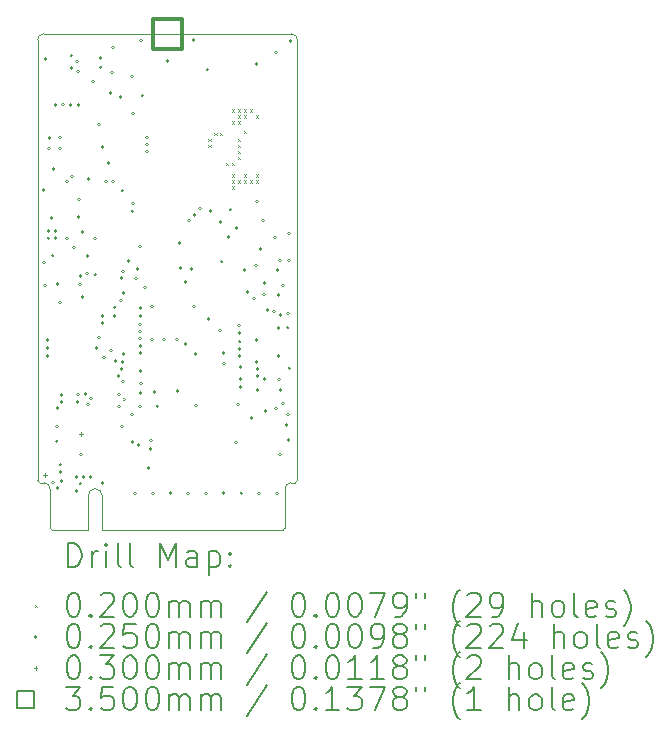
<source format=gbr>
%TF.GenerationSoftware,KiCad,Pcbnew,9.0.0+1*%
%TF.CreationDate,2025-04-09T20:19:07+02:00*%
%TF.ProjectId,P4_M.2_B+M-key,50345f4d-2e32-45f4-922b-4d2d6b65792e,rev?*%
%TF.SameCoordinates,Original*%
%TF.FileFunction,Drillmap*%
%TF.FilePolarity,Positive*%
%FSLAX45Y45*%
G04 Gerber Fmt 4.5, Leading zero omitted, Abs format (unit mm)*
G04 Created by KiCad (PCBNEW 9.0.0+1) date 2025-04-09 20:19:07*
%MOMM*%
%LPD*%
G01*
G04 APERTURE LIST*
%ADD10C,0.050000*%
%ADD11C,0.200000*%
%ADD12C,0.100000*%
%ADD13C,0.350000*%
G04 APERTURE END LIST*
D10*
X13750110Y-8450360D02*
X13750110Y-12180360D01*
X13770110Y-12200360D02*
X13805110Y-12200360D01*
X13855110Y-12250360D02*
X13855110Y-12580360D01*
X14177610Y-12310360D02*
X14177610Y-12600360D01*
X14177610Y-12600360D02*
X13875110Y-12600360D01*
X14297610Y-12310360D02*
X14297610Y-12600360D01*
X14297610Y-12600360D02*
X15470110Y-12600360D01*
X15470110Y-12600360D02*
X15825110Y-12600360D01*
X15845110Y-12580360D02*
X15845110Y-12250360D01*
X15895110Y-12200360D02*
X15930110Y-12200360D01*
X15900110Y-8400360D02*
X13800110Y-8400360D01*
X15950110Y-12180360D02*
X15950110Y-8450360D01*
X13750110Y-8450360D02*
G75*
G02*
X13800110Y-8400360I50000J0D01*
G01*
X13770110Y-12200360D02*
G75*
G02*
X13750110Y-12180360I0J20000D01*
G01*
X13805110Y-12200360D02*
G75*
G02*
X13855110Y-12250360I0J-50000D01*
G01*
X13875110Y-12600360D02*
G75*
G02*
X13855110Y-12580360I0J20000D01*
G01*
X14177610Y-12310360D02*
G75*
G02*
X14237610Y-12250360I60000J0D01*
G01*
X14237610Y-12250360D02*
G75*
G02*
X14297610Y-12310360I0J-60000D01*
G01*
X15845110Y-12250360D02*
G75*
G02*
X15895110Y-12200360I50000J0D01*
G01*
X15845110Y-12580360D02*
G75*
G02*
X15825110Y-12600360I-20000J0D01*
G01*
X15900110Y-8400360D02*
G75*
G02*
X15950110Y-8450360I0J-50000D01*
G01*
X15950110Y-12180360D02*
G75*
G02*
X15930110Y-12200360I-20000J0D01*
G01*
D11*
D12*
X15195000Y-9290000D02*
X15215000Y-9310000D01*
X15215000Y-9290000D02*
X15195000Y-9310000D01*
X15195000Y-9340000D02*
X15215000Y-9360000D01*
X15215000Y-9340000D02*
X15195000Y-9360000D01*
X15245000Y-9240000D02*
X15265000Y-9260000D01*
X15265000Y-9240000D02*
X15245000Y-9260000D01*
X15295000Y-9240000D02*
X15315000Y-9260000D01*
X15315000Y-9240000D02*
X15295000Y-9260000D01*
X15345000Y-9490000D02*
X15365000Y-9510000D01*
X15365000Y-9490000D02*
X15345000Y-9510000D01*
X15395000Y-9040000D02*
X15415000Y-9060000D01*
X15415000Y-9040000D02*
X15395000Y-9060000D01*
X15395000Y-9140000D02*
X15415000Y-9160000D01*
X15415000Y-9140000D02*
X15395000Y-9160000D01*
X15395000Y-9490000D02*
X15415000Y-9510000D01*
X15415000Y-9490000D02*
X15395000Y-9510000D01*
X15395000Y-9590000D02*
X15415000Y-9610000D01*
X15415000Y-9590000D02*
X15395000Y-9610000D01*
X15395000Y-9640000D02*
X15415000Y-9660000D01*
X15415000Y-9640000D02*
X15395000Y-9660000D01*
X15395000Y-9690000D02*
X15415000Y-9710000D01*
X15415000Y-9690000D02*
X15395000Y-9710000D01*
X15445000Y-9040000D02*
X15465000Y-9060000D01*
X15465000Y-9040000D02*
X15445000Y-9060000D01*
X15445000Y-9090000D02*
X15465000Y-9110000D01*
X15465000Y-9090000D02*
X15445000Y-9110000D01*
X15445000Y-9140000D02*
X15465000Y-9160000D01*
X15465000Y-9140000D02*
X15445000Y-9160000D01*
X15445000Y-9290000D02*
X15465000Y-9310000D01*
X15465000Y-9290000D02*
X15445000Y-9310000D01*
X15445000Y-9340000D02*
X15465000Y-9360000D01*
X15465000Y-9340000D02*
X15445000Y-9360000D01*
X15445000Y-9390000D02*
X15465000Y-9410000D01*
X15465000Y-9390000D02*
X15445000Y-9410000D01*
X15445000Y-9440000D02*
X15465000Y-9460000D01*
X15465000Y-9440000D02*
X15445000Y-9460000D01*
X15445000Y-9640000D02*
X15465000Y-9660000D01*
X15465000Y-9640000D02*
X15445000Y-9660000D01*
X15495000Y-9040000D02*
X15515000Y-9060000D01*
X15515000Y-9040000D02*
X15495000Y-9060000D01*
X15495000Y-9090000D02*
X15515000Y-9110000D01*
X15515000Y-9090000D02*
X15495000Y-9110000D01*
X15495000Y-9220000D02*
X15515000Y-9240000D01*
X15515000Y-9220000D02*
X15495000Y-9240000D01*
X15495000Y-9590000D02*
X15515000Y-9610000D01*
X15515000Y-9590000D02*
X15495000Y-9610000D01*
X15495000Y-9640000D02*
X15515000Y-9660000D01*
X15515000Y-9640000D02*
X15495000Y-9660000D01*
X15545000Y-9040000D02*
X15565000Y-9060000D01*
X15565000Y-9040000D02*
X15545000Y-9060000D01*
X15545000Y-9640000D02*
X15565000Y-9660000D01*
X15565000Y-9640000D02*
X15545000Y-9660000D01*
X15595000Y-9090000D02*
X15615000Y-9110000D01*
X15615000Y-9090000D02*
X15595000Y-9110000D01*
X15595000Y-9590000D02*
X15615000Y-9610000D01*
X15615000Y-9590000D02*
X15595000Y-9610000D01*
X15595000Y-9640000D02*
X15615000Y-9660000D01*
X15615000Y-9640000D02*
X15595000Y-9660000D01*
X13812500Y-9720000D02*
G75*
G02*
X13787500Y-9720000I-12500J0D01*
G01*
X13787500Y-9720000D02*
G75*
G02*
X13812500Y-9720000I12500J0D01*
G01*
X13817500Y-10335000D02*
G75*
G02*
X13792500Y-10335000I-12500J0D01*
G01*
X13792500Y-10335000D02*
G75*
G02*
X13817500Y-10335000I12500J0D01*
G01*
X13827500Y-10530000D02*
G75*
G02*
X13802500Y-10530000I-12500J0D01*
G01*
X13802500Y-10530000D02*
G75*
G02*
X13827500Y-10530000I12500J0D01*
G01*
X13830000Y-8615000D02*
G75*
G02*
X13805000Y-8615000I-12500J0D01*
G01*
X13805000Y-8615000D02*
G75*
G02*
X13830000Y-8615000I12500J0D01*
G01*
X13847500Y-10990000D02*
G75*
G02*
X13822500Y-10990000I-12500J0D01*
G01*
X13822500Y-10990000D02*
G75*
G02*
X13847500Y-10990000I12500J0D01*
G01*
X13847500Y-11060000D02*
G75*
G02*
X13822500Y-11060000I-12500J0D01*
G01*
X13822500Y-11060000D02*
G75*
G02*
X13847500Y-11060000I12500J0D01*
G01*
X13847500Y-11130000D02*
G75*
G02*
X13822500Y-11130000I-12500J0D01*
G01*
X13822500Y-11130000D02*
G75*
G02*
X13847500Y-11130000I12500J0D01*
G01*
X13852500Y-10070000D02*
G75*
G02*
X13827500Y-10070000I-12500J0D01*
G01*
X13827500Y-10070000D02*
G75*
G02*
X13852500Y-10070000I12500J0D01*
G01*
X13852500Y-10130000D02*
G75*
G02*
X13827500Y-10130000I-12500J0D01*
G01*
X13827500Y-10130000D02*
G75*
G02*
X13852500Y-10130000I12500J0D01*
G01*
X13862500Y-9280000D02*
G75*
G02*
X13837500Y-9280000I-12500J0D01*
G01*
X13837500Y-9280000D02*
G75*
G02*
X13862500Y-9280000I12500J0D01*
G01*
X13862500Y-9370000D02*
G75*
G02*
X13837500Y-9370000I-12500J0D01*
G01*
X13837500Y-9370000D02*
G75*
G02*
X13862500Y-9370000I12500J0D01*
G01*
X13882500Y-9960000D02*
G75*
G02*
X13857500Y-9960000I-12500J0D01*
G01*
X13857500Y-9960000D02*
G75*
G02*
X13882500Y-9960000I12500J0D01*
G01*
X13892500Y-10280000D02*
G75*
G02*
X13867500Y-10280000I-12500J0D01*
G01*
X13867500Y-10280000D02*
G75*
G02*
X13892500Y-10280000I12500J0D01*
G01*
X13892500Y-12195000D02*
G75*
G02*
X13867500Y-12195000I-12500J0D01*
G01*
X13867500Y-12195000D02*
G75*
G02*
X13892500Y-12195000I12500J0D01*
G01*
X13897500Y-9545000D02*
G75*
G02*
X13872500Y-9545000I-12500J0D01*
G01*
X13872500Y-9545000D02*
G75*
G02*
X13897500Y-9545000I12500J0D01*
G01*
X13912500Y-9000000D02*
G75*
G02*
X13887500Y-9000000I-12500J0D01*
G01*
X13887500Y-9000000D02*
G75*
G02*
X13912500Y-9000000I12500J0D01*
G01*
X13912500Y-10070000D02*
G75*
G02*
X13887500Y-10070000I-12500J0D01*
G01*
X13887500Y-10070000D02*
G75*
G02*
X13912500Y-10070000I12500J0D01*
G01*
X13912500Y-10130000D02*
G75*
G02*
X13887500Y-10130000I-12500J0D01*
G01*
X13887500Y-10130000D02*
G75*
G02*
X13912500Y-10130000I12500J0D01*
G01*
X13926250Y-11722500D02*
G75*
G02*
X13901250Y-11722500I-12500J0D01*
G01*
X13901250Y-11722500D02*
G75*
G02*
X13926250Y-11722500I12500J0D01*
G01*
X13926250Y-11847500D02*
G75*
G02*
X13901250Y-11847500I-12500J0D01*
G01*
X13901250Y-11847500D02*
G75*
G02*
X13926250Y-11847500I12500J0D01*
G01*
X13927500Y-12245000D02*
G75*
G02*
X13902500Y-12245000I-12500J0D01*
G01*
X13902500Y-12245000D02*
G75*
G02*
X13927500Y-12245000I12500J0D01*
G01*
X13930267Y-11567613D02*
G75*
G02*
X13905267Y-11567613I-12500J0D01*
G01*
X13905267Y-11567613D02*
G75*
G02*
X13930267Y-11567613I12500J0D01*
G01*
X13932500Y-10520000D02*
G75*
G02*
X13907500Y-10520000I-12500J0D01*
G01*
X13907500Y-10520000D02*
G75*
G02*
X13932500Y-10520000I12500J0D01*
G01*
X13952500Y-9280000D02*
G75*
G02*
X13927500Y-9280000I-12500J0D01*
G01*
X13927500Y-9280000D02*
G75*
G02*
X13952500Y-9280000I12500J0D01*
G01*
X13952500Y-9370000D02*
G75*
G02*
X13927500Y-9370000I-12500J0D01*
G01*
X13927500Y-9370000D02*
G75*
G02*
X13952500Y-9370000I12500J0D01*
G01*
X13952500Y-10674500D02*
G75*
G02*
X13927500Y-10674500I-12500J0D01*
G01*
X13927500Y-10674500D02*
G75*
G02*
X13952500Y-10674500I12500J0D01*
G01*
X13955000Y-12047380D02*
G75*
G02*
X13930000Y-12047380I-12500J0D01*
G01*
X13930000Y-12047380D02*
G75*
G02*
X13955000Y-12047380I12500J0D01*
G01*
X13955000Y-12107620D02*
G75*
G02*
X13930000Y-12107620I-12500J0D01*
G01*
X13930000Y-12107620D02*
G75*
G02*
X13955000Y-12107620I12500J0D01*
G01*
X13962500Y-12185000D02*
G75*
G02*
X13937500Y-12185000I-12500J0D01*
G01*
X13937500Y-12185000D02*
G75*
G02*
X13962500Y-12185000I12500J0D01*
G01*
X13965000Y-11454880D02*
G75*
G02*
X13940000Y-11454880I-12500J0D01*
G01*
X13940000Y-11454880D02*
G75*
G02*
X13965000Y-11454880I12500J0D01*
G01*
X13965000Y-11515120D02*
G75*
G02*
X13940000Y-11515120I-12500J0D01*
G01*
X13940000Y-11515120D02*
G75*
G02*
X13965000Y-11515120I12500J0D01*
G01*
X13977500Y-9000000D02*
G75*
G02*
X13952500Y-9000000I-12500J0D01*
G01*
X13952500Y-9000000D02*
G75*
G02*
X13977500Y-9000000I12500J0D01*
G01*
X14012500Y-10130000D02*
G75*
G02*
X13987500Y-10130000I-12500J0D01*
G01*
X13987500Y-10130000D02*
G75*
G02*
X14012500Y-10130000I12500J0D01*
G01*
X14012990Y-9650155D02*
G75*
G02*
X13987990Y-9650155I-12500J0D01*
G01*
X13987990Y-9650155D02*
G75*
G02*
X14012990Y-9650155I12500J0D01*
G01*
X14042500Y-9000000D02*
G75*
G02*
X14017500Y-9000000I-12500J0D01*
G01*
X14017500Y-9000000D02*
G75*
G02*
X14042500Y-9000000I12500J0D01*
G01*
X14047500Y-8585000D02*
G75*
G02*
X14022500Y-8585000I-12500J0D01*
G01*
X14022500Y-8585000D02*
G75*
G02*
X14047500Y-8585000I12500J0D01*
G01*
X14047500Y-8690000D02*
G75*
G02*
X14022500Y-8690000I-12500J0D01*
G01*
X14022500Y-8690000D02*
G75*
G02*
X14047500Y-8690000I12500J0D01*
G01*
X14055022Y-9607338D02*
G75*
G02*
X14030022Y-9607338I-12500J0D01*
G01*
X14030022Y-9607338D02*
G75*
G02*
X14055022Y-9607338I12500J0D01*
G01*
X14072500Y-10210000D02*
G75*
G02*
X14047500Y-10210000I-12500J0D01*
G01*
X14047500Y-10210000D02*
G75*
G02*
X14072500Y-10210000I12500J0D01*
G01*
X14092500Y-12150000D02*
G75*
G02*
X14067500Y-12150000I-12500J0D01*
G01*
X14067500Y-12150000D02*
G75*
G02*
X14092500Y-12150000I12500J0D01*
G01*
X14092500Y-12270000D02*
G75*
G02*
X14067500Y-12270000I-12500J0D01*
G01*
X14067500Y-12270000D02*
G75*
G02*
X14092500Y-12270000I12500J0D01*
G01*
X14097500Y-8635000D02*
G75*
G02*
X14072500Y-8635000I-12500J0D01*
G01*
X14072500Y-8635000D02*
G75*
G02*
X14097500Y-8635000I12500J0D01*
G01*
X14102500Y-8720000D02*
G75*
G02*
X14077500Y-8720000I-12500J0D01*
G01*
X14077500Y-8720000D02*
G75*
G02*
X14102500Y-8720000I12500J0D01*
G01*
X14102500Y-11454880D02*
G75*
G02*
X14077500Y-11454880I-12500J0D01*
G01*
X14077500Y-11454880D02*
G75*
G02*
X14102500Y-11454880I12500J0D01*
G01*
X14102500Y-11515120D02*
G75*
G02*
X14077500Y-11515120I-12500J0D01*
G01*
X14077500Y-11515120D02*
G75*
G02*
X14102500Y-11515120I12500J0D01*
G01*
X14107500Y-9000000D02*
G75*
G02*
X14082500Y-9000000I-12500J0D01*
G01*
X14082500Y-9000000D02*
G75*
G02*
X14107500Y-9000000I12500J0D01*
G01*
X14112500Y-9800000D02*
G75*
G02*
X14087500Y-9800000I-12500J0D01*
G01*
X14087500Y-9800000D02*
G75*
G02*
X14112500Y-9800000I12500J0D01*
G01*
X14112500Y-9950000D02*
G75*
G02*
X14087500Y-9950000I-12500J0D01*
G01*
X14087500Y-9950000D02*
G75*
G02*
X14112500Y-9950000I12500J0D01*
G01*
X14122500Y-10450000D02*
G75*
G02*
X14097500Y-10450000I-12500J0D01*
G01*
X14097500Y-10450000D02*
G75*
G02*
X14122500Y-10450000I12500J0D01*
G01*
X14122500Y-10520000D02*
G75*
G02*
X14097500Y-10520000I-12500J0D01*
G01*
X14097500Y-10520000D02*
G75*
G02*
X14122500Y-10520000I12500J0D01*
G01*
X14122500Y-12210000D02*
G75*
G02*
X14097500Y-12210000I-12500J0D01*
G01*
X14097500Y-12210000D02*
G75*
G02*
X14122500Y-12210000I12500J0D01*
G01*
X14127500Y-11960000D02*
G75*
G02*
X14102500Y-11960000I-12500J0D01*
G01*
X14102500Y-11960000D02*
G75*
G02*
X14127500Y-11960000I12500J0D01*
G01*
X14142500Y-10080000D02*
G75*
G02*
X14117500Y-10080000I-12500J0D01*
G01*
X14117500Y-10080000D02*
G75*
G02*
X14142500Y-10080000I12500J0D01*
G01*
X14142500Y-10625000D02*
G75*
G02*
X14117500Y-10625000I-12500J0D01*
G01*
X14117500Y-10625000D02*
G75*
G02*
X14142500Y-10625000I12500J0D01*
G01*
X14152500Y-12150000D02*
G75*
G02*
X14127500Y-12150000I-12500J0D01*
G01*
X14127500Y-12150000D02*
G75*
G02*
X14152500Y-12150000I12500J0D01*
G01*
X14165000Y-11449693D02*
G75*
G02*
X14140000Y-11449693I-12500J0D01*
G01*
X14140000Y-11449693D02*
G75*
G02*
X14165000Y-11449693I12500J0D01*
G01*
X14182500Y-10430000D02*
G75*
G02*
X14157500Y-10430000I-12500J0D01*
G01*
X14157500Y-10430000D02*
G75*
G02*
X14182500Y-10430000I12500J0D01*
G01*
X14187500Y-10280000D02*
G75*
G02*
X14162500Y-10280000I-12500J0D01*
G01*
X14162500Y-10280000D02*
G75*
G02*
X14187500Y-10280000I12500J0D01*
G01*
X14187500Y-11537500D02*
G75*
G02*
X14162500Y-11537500I-12500J0D01*
G01*
X14162500Y-11537500D02*
G75*
G02*
X14187500Y-11537500I12500J0D01*
G01*
X14192500Y-9630000D02*
G75*
G02*
X14167500Y-9630000I-12500J0D01*
G01*
X14167500Y-9630000D02*
G75*
G02*
X14192500Y-9630000I12500J0D01*
G01*
X14212500Y-12150000D02*
G75*
G02*
X14187500Y-12150000I-12500J0D01*
G01*
X14187500Y-12150000D02*
G75*
G02*
X14212500Y-12150000I12500J0D01*
G01*
X14214338Y-11483837D02*
G75*
G02*
X14189338Y-11483837I-12500J0D01*
G01*
X14189338Y-11483837D02*
G75*
G02*
X14214338Y-11483837I12500J0D01*
G01*
X14232500Y-8800000D02*
G75*
G02*
X14207500Y-8800000I-12500J0D01*
G01*
X14207500Y-8800000D02*
G75*
G02*
X14232500Y-8800000I12500J0D01*
G01*
X14247500Y-10135000D02*
G75*
G02*
X14222500Y-10135000I-12500J0D01*
G01*
X14222500Y-10135000D02*
G75*
G02*
X14247500Y-10135000I12500J0D01*
G01*
X14250000Y-10440000D02*
G75*
G02*
X14225000Y-10440000I-12500J0D01*
G01*
X14225000Y-10440000D02*
G75*
G02*
X14250000Y-10440000I12500J0D01*
G01*
X14262500Y-11060000D02*
G75*
G02*
X14237500Y-11060000I-12500J0D01*
G01*
X14237500Y-11060000D02*
G75*
G02*
X14262500Y-11060000I12500J0D01*
G01*
X14282500Y-9165000D02*
G75*
G02*
X14257500Y-9165000I-12500J0D01*
G01*
X14257500Y-9165000D02*
G75*
G02*
X14282500Y-9165000I12500J0D01*
G01*
X14282500Y-10967500D02*
G75*
G02*
X14257500Y-10967500I-12500J0D01*
G01*
X14257500Y-10967500D02*
G75*
G02*
X14282500Y-10967500I12500J0D01*
G01*
X14296310Y-8603360D02*
G75*
G02*
X14271310Y-8603360I-12500J0D01*
G01*
X14271310Y-8603360D02*
G75*
G02*
X14296310Y-8603360I12500J0D01*
G01*
X14296310Y-8683360D02*
G75*
G02*
X14271310Y-8683360I-12500J0D01*
G01*
X14271310Y-8683360D02*
G75*
G02*
X14296310Y-8683360I12500J0D01*
G01*
X14312500Y-9355000D02*
G75*
G02*
X14287500Y-9355000I-12500J0D01*
G01*
X14287500Y-9355000D02*
G75*
G02*
X14312500Y-9355000I12500J0D01*
G01*
X14312500Y-10790000D02*
G75*
G02*
X14287500Y-10790000I-12500J0D01*
G01*
X14287500Y-10790000D02*
G75*
G02*
X14312500Y-10790000I12500J0D01*
G01*
X14312500Y-10850000D02*
G75*
G02*
X14287500Y-10850000I-12500J0D01*
G01*
X14287500Y-10850000D02*
G75*
G02*
X14312500Y-10850000I12500J0D01*
G01*
X14312500Y-12200000D02*
G75*
G02*
X14287500Y-12200000I-12500J0D01*
G01*
X14287500Y-12200000D02*
G75*
G02*
X14312500Y-12200000I12500J0D01*
G01*
X14327500Y-11140000D02*
G75*
G02*
X14302500Y-11140000I-12500J0D01*
G01*
X14302500Y-11140000D02*
G75*
G02*
X14327500Y-11140000I12500J0D01*
G01*
X14342500Y-9650000D02*
G75*
G02*
X14317500Y-9650000I-12500J0D01*
G01*
X14317500Y-9650000D02*
G75*
G02*
X14342500Y-9650000I12500J0D01*
G01*
X14362500Y-9490000D02*
G75*
G02*
X14337500Y-9490000I-12500J0D01*
G01*
X14337500Y-9490000D02*
G75*
G02*
X14362500Y-9490000I12500J0D01*
G01*
X14381310Y-8898360D02*
G75*
G02*
X14356310Y-8898360I-12500J0D01*
G01*
X14356310Y-8898360D02*
G75*
G02*
X14381310Y-8898360I12500J0D01*
G01*
X14382500Y-11080000D02*
G75*
G02*
X14357500Y-11080000I-12500J0D01*
G01*
X14357500Y-11080000D02*
G75*
G02*
X14382500Y-11080000I12500J0D01*
G01*
X14395000Y-8727500D02*
G75*
G02*
X14370000Y-8727500I-12500J0D01*
G01*
X14370000Y-8727500D02*
G75*
G02*
X14395000Y-8727500I12500J0D01*
G01*
X14397500Y-9650000D02*
G75*
G02*
X14372500Y-9650000I-12500J0D01*
G01*
X14372500Y-9650000D02*
G75*
G02*
X14397500Y-9650000I12500J0D01*
G01*
X14402500Y-8515000D02*
G75*
G02*
X14377500Y-8515000I-12500J0D01*
G01*
X14377500Y-8515000D02*
G75*
G02*
X14402500Y-8515000I12500J0D01*
G01*
X14415000Y-10715000D02*
G75*
G02*
X14390000Y-10715000I-12500J0D01*
G01*
X14390000Y-10715000D02*
G75*
G02*
X14415000Y-10715000I12500J0D01*
G01*
X14415000Y-10790000D02*
G75*
G02*
X14390000Y-10790000I-12500J0D01*
G01*
X14390000Y-10790000D02*
G75*
G02*
X14415000Y-10790000I12500J0D01*
G01*
X14422500Y-11170000D02*
G75*
G02*
X14397500Y-11170000I-12500J0D01*
G01*
X14397500Y-11170000D02*
G75*
G02*
X14422500Y-11170000I12500J0D01*
G01*
X14450216Y-11295709D02*
G75*
G02*
X14425216Y-11295709I-12500J0D01*
G01*
X14425216Y-11295709D02*
G75*
G02*
X14450216Y-11295709I12500J0D01*
G01*
X14452500Y-11452500D02*
G75*
G02*
X14427500Y-11452500I-12500J0D01*
G01*
X14427500Y-11452500D02*
G75*
G02*
X14452500Y-11452500I12500J0D01*
G01*
X14452500Y-11552500D02*
G75*
G02*
X14427500Y-11552500I-12500J0D01*
G01*
X14427500Y-11552500D02*
G75*
G02*
X14452500Y-11552500I12500J0D01*
G01*
X14466310Y-8933360D02*
G75*
G02*
X14441310Y-8933360I-12500J0D01*
G01*
X14441310Y-8933360D02*
G75*
G02*
X14466310Y-8933360I12500J0D01*
G01*
X14467500Y-10660000D02*
G75*
G02*
X14442500Y-10660000I-12500J0D01*
G01*
X14442500Y-10660000D02*
G75*
G02*
X14467500Y-10660000I12500J0D01*
G01*
X14472500Y-10470000D02*
G75*
G02*
X14447500Y-10470000I-12500J0D01*
G01*
X14447500Y-10470000D02*
G75*
G02*
X14472500Y-10470000I12500J0D01*
G01*
X14472500Y-11240000D02*
G75*
G02*
X14447500Y-11240000I-12500J0D01*
G01*
X14447500Y-11240000D02*
G75*
G02*
X14472500Y-11240000I12500J0D01*
G01*
X14477500Y-9730000D02*
G75*
G02*
X14452500Y-9730000I-12500J0D01*
G01*
X14452500Y-9730000D02*
G75*
G02*
X14477500Y-9730000I12500J0D01*
G01*
X14477500Y-11725000D02*
G75*
G02*
X14452500Y-11725000I-12500J0D01*
G01*
X14452500Y-11725000D02*
G75*
G02*
X14477500Y-11725000I12500J0D01*
G01*
X14482500Y-11180000D02*
G75*
G02*
X14457500Y-11180000I-12500J0D01*
G01*
X14457500Y-11180000D02*
G75*
G02*
X14482500Y-11180000I12500J0D01*
G01*
X14487500Y-10410000D02*
G75*
G02*
X14462500Y-10410000I-12500J0D01*
G01*
X14462500Y-10410000D02*
G75*
G02*
X14487500Y-10410000I12500J0D01*
G01*
X14488277Y-11342092D02*
G75*
G02*
X14463277Y-11342092I-12500J0D01*
G01*
X14463277Y-11342092D02*
G75*
G02*
X14488277Y-11342092I12500J0D01*
G01*
X14490040Y-11109887D02*
G75*
G02*
X14465040Y-11109887I-12500J0D01*
G01*
X14465040Y-11109887D02*
G75*
G02*
X14490040Y-11109887I12500J0D01*
G01*
X14492500Y-10595000D02*
G75*
G02*
X14467500Y-10595000I-12500J0D01*
G01*
X14467500Y-10595000D02*
G75*
G02*
X14492500Y-10595000I12500J0D01*
G01*
X14496272Y-11493537D02*
G75*
G02*
X14471272Y-11493537I-12500J0D01*
G01*
X14471272Y-11493537D02*
G75*
G02*
X14496272Y-11493537I12500J0D01*
G01*
X14532500Y-10320000D02*
G75*
G02*
X14507500Y-10320000I-12500J0D01*
G01*
X14507500Y-10320000D02*
G75*
G02*
X14532500Y-10320000I12500J0D01*
G01*
X14561310Y-8758360D02*
G75*
G02*
X14536310Y-8758360I-12500J0D01*
G01*
X14536310Y-8758360D02*
G75*
G02*
X14561310Y-8758360I12500J0D01*
G01*
X14562500Y-9900000D02*
G75*
G02*
X14537500Y-9900000I-12500J0D01*
G01*
X14537500Y-9900000D02*
G75*
G02*
X14562500Y-9900000I12500J0D01*
G01*
X14562500Y-11620000D02*
G75*
G02*
X14537500Y-11620000I-12500J0D01*
G01*
X14537500Y-11620000D02*
G75*
G02*
X14562500Y-11620000I12500J0D01*
G01*
X14562500Y-11855000D02*
G75*
G02*
X14537500Y-11855000I-12500J0D01*
G01*
X14537500Y-11855000D02*
G75*
G02*
X14562500Y-11855000I12500J0D01*
G01*
X14567500Y-9835000D02*
G75*
G02*
X14542500Y-9835000I-12500J0D01*
G01*
X14542500Y-9835000D02*
G75*
G02*
X14567500Y-9835000I12500J0D01*
G01*
X14571310Y-9073360D02*
G75*
G02*
X14546310Y-9073360I-12500J0D01*
G01*
X14546310Y-9073360D02*
G75*
G02*
X14571310Y-9073360I12500J0D01*
G01*
X14587500Y-12290000D02*
G75*
G02*
X14562500Y-12290000I-12500J0D01*
G01*
X14562500Y-12290000D02*
G75*
G02*
X14587500Y-12290000I12500J0D01*
G01*
X14597669Y-10472756D02*
G75*
G02*
X14572669Y-10472756I-12500J0D01*
G01*
X14572669Y-10472756D02*
G75*
G02*
X14597669Y-10472756I12500J0D01*
G01*
X14607500Y-10390000D02*
G75*
G02*
X14582500Y-10390000I-12500J0D01*
G01*
X14582500Y-10390000D02*
G75*
G02*
X14607500Y-10390000I12500J0D01*
G01*
X14620000Y-11880000D02*
G75*
G02*
X14595000Y-11880000I-12500J0D01*
G01*
X14595000Y-11880000D02*
G75*
G02*
X14620000Y-11880000I12500J0D01*
G01*
X14632414Y-11555694D02*
G75*
G02*
X14607414Y-11555694I-12500J0D01*
G01*
X14607414Y-11555694D02*
G75*
G02*
X14632414Y-11555694I12500J0D01*
G01*
X14632500Y-10200000D02*
G75*
G02*
X14607500Y-10200000I-12500J0D01*
G01*
X14607500Y-10200000D02*
G75*
G02*
X14632500Y-10200000I12500J0D01*
G01*
X14632500Y-10720000D02*
G75*
G02*
X14607500Y-10720000I-12500J0D01*
G01*
X14607500Y-10720000D02*
G75*
G02*
X14632500Y-10720000I12500J0D01*
G01*
X14632500Y-10790000D02*
G75*
G02*
X14607500Y-10790000I-12500J0D01*
G01*
X14607500Y-10790000D02*
G75*
G02*
X14632500Y-10790000I12500J0D01*
G01*
X14632500Y-10860000D02*
G75*
G02*
X14607500Y-10860000I-12500J0D01*
G01*
X14607500Y-10860000D02*
G75*
G02*
X14632500Y-10860000I12500J0D01*
G01*
X14632500Y-10920000D02*
G75*
G02*
X14607500Y-10920000I-12500J0D01*
G01*
X14607500Y-10920000D02*
G75*
G02*
X14632500Y-10920000I12500J0D01*
G01*
X14632500Y-10980000D02*
G75*
G02*
X14607500Y-10980000I-12500J0D01*
G01*
X14607500Y-10980000D02*
G75*
G02*
X14632500Y-10980000I12500J0D01*
G01*
X14632500Y-11040000D02*
G75*
G02*
X14607500Y-11040000I-12500J0D01*
G01*
X14607500Y-11040000D02*
G75*
G02*
X14632500Y-11040000I12500J0D01*
G01*
X14632500Y-11100000D02*
G75*
G02*
X14607500Y-11100000I-12500J0D01*
G01*
X14607500Y-11100000D02*
G75*
G02*
X14632500Y-11100000I12500J0D01*
G01*
X14632500Y-11255000D02*
G75*
G02*
X14607500Y-11255000I-12500J0D01*
G01*
X14607500Y-11255000D02*
G75*
G02*
X14632500Y-11255000I12500J0D01*
G01*
X14632500Y-11440000D02*
G75*
G02*
X14607500Y-11440000I-12500J0D01*
G01*
X14607500Y-11440000D02*
G75*
G02*
X14632500Y-11440000I12500J0D01*
G01*
X14637500Y-8455000D02*
G75*
G02*
X14612500Y-8455000I-12500J0D01*
G01*
X14612500Y-8455000D02*
G75*
G02*
X14637500Y-8455000I12500J0D01*
G01*
X14640000Y-11360000D02*
G75*
G02*
X14615000Y-11360000I-12500J0D01*
G01*
X14615000Y-11360000D02*
G75*
G02*
X14640000Y-11360000I12500J0D01*
G01*
X14647500Y-8925000D02*
G75*
G02*
X14622500Y-8925000I-12500J0D01*
G01*
X14622500Y-8925000D02*
G75*
G02*
X14647500Y-8925000I12500J0D01*
G01*
X14672500Y-10545000D02*
G75*
G02*
X14647500Y-10545000I-12500J0D01*
G01*
X14647500Y-10545000D02*
G75*
G02*
X14672500Y-10545000I12500J0D01*
G01*
X14687500Y-9275000D02*
G75*
G02*
X14662500Y-9275000I-12500J0D01*
G01*
X14662500Y-9275000D02*
G75*
G02*
X14687500Y-9275000I12500J0D01*
G01*
X14687500Y-9335000D02*
G75*
G02*
X14662500Y-9335000I-12500J0D01*
G01*
X14662500Y-9335000D02*
G75*
G02*
X14687500Y-9335000I12500J0D01*
G01*
X14687500Y-9395000D02*
G75*
G02*
X14662500Y-9395000I-12500J0D01*
G01*
X14662500Y-9395000D02*
G75*
G02*
X14687500Y-9395000I12500J0D01*
G01*
X14704500Y-12075000D02*
G75*
G02*
X14679500Y-12075000I-12500J0D01*
G01*
X14679500Y-12075000D02*
G75*
G02*
X14704500Y-12075000I12500J0D01*
G01*
X14717500Y-11915000D02*
G75*
G02*
X14692500Y-11915000I-12500J0D01*
G01*
X14692500Y-11915000D02*
G75*
G02*
X14717500Y-11915000I12500J0D01*
G01*
X14722500Y-11845000D02*
G75*
G02*
X14697500Y-11845000I-12500J0D01*
G01*
X14697500Y-11845000D02*
G75*
G02*
X14722500Y-11845000I12500J0D01*
G01*
X14732500Y-10710000D02*
G75*
G02*
X14707500Y-10710000I-12500J0D01*
G01*
X14707500Y-10710000D02*
G75*
G02*
X14732500Y-10710000I12500J0D01*
G01*
X14732500Y-10985000D02*
G75*
G02*
X14707500Y-10985000I-12500J0D01*
G01*
X14707500Y-10985000D02*
G75*
G02*
X14732500Y-10985000I12500J0D01*
G01*
X14737500Y-12290000D02*
G75*
G02*
X14712500Y-12290000I-12500J0D01*
G01*
X14712500Y-12290000D02*
G75*
G02*
X14737500Y-12290000I12500J0D01*
G01*
X14752500Y-11435000D02*
G75*
G02*
X14727500Y-11435000I-12500J0D01*
G01*
X14727500Y-11435000D02*
G75*
G02*
X14752500Y-11435000I12500J0D01*
G01*
X14777289Y-11554168D02*
G75*
G02*
X14752289Y-11554168I-12500J0D01*
G01*
X14752289Y-11554168D02*
G75*
G02*
X14777289Y-11554168I12500J0D01*
G01*
X14832500Y-10985000D02*
G75*
G02*
X14807500Y-10985000I-12500J0D01*
G01*
X14807500Y-10985000D02*
G75*
G02*
X14832500Y-10985000I12500J0D01*
G01*
X14862500Y-8630000D02*
G75*
G02*
X14837500Y-8630000I-12500J0D01*
G01*
X14837500Y-8630000D02*
G75*
G02*
X14862500Y-8630000I12500J0D01*
G01*
X14887500Y-12290000D02*
G75*
G02*
X14862500Y-12290000I-12500J0D01*
G01*
X14862500Y-12290000D02*
G75*
G02*
X14887500Y-12290000I12500J0D01*
G01*
X14942500Y-10985000D02*
G75*
G02*
X14917500Y-10985000I-12500J0D01*
G01*
X14917500Y-10985000D02*
G75*
G02*
X14942500Y-10985000I12500J0D01*
G01*
X14947500Y-11420000D02*
G75*
G02*
X14922500Y-11420000I-12500J0D01*
G01*
X14922500Y-11420000D02*
G75*
G02*
X14947500Y-11420000I12500J0D01*
G01*
X14962500Y-10170000D02*
G75*
G02*
X14937500Y-10170000I-12500J0D01*
G01*
X14937500Y-10170000D02*
G75*
G02*
X14962500Y-10170000I12500J0D01*
G01*
X14972500Y-10380000D02*
G75*
G02*
X14947500Y-10380000I-12500J0D01*
G01*
X14947500Y-10380000D02*
G75*
G02*
X14972500Y-10380000I12500J0D01*
G01*
X15017500Y-11025000D02*
G75*
G02*
X14992500Y-11025000I-12500J0D01*
G01*
X14992500Y-11025000D02*
G75*
G02*
X15017500Y-11025000I12500J0D01*
G01*
X15018407Y-10500815D02*
G75*
G02*
X14993407Y-10500815I-12500J0D01*
G01*
X14993407Y-10500815D02*
G75*
G02*
X15018407Y-10500815I12500J0D01*
G01*
X15037500Y-12290000D02*
G75*
G02*
X15012500Y-12290000I-12500J0D01*
G01*
X15012500Y-12290000D02*
G75*
G02*
X15037500Y-12290000I12500J0D01*
G01*
X15042500Y-9980000D02*
G75*
G02*
X15017500Y-9980000I-12500J0D01*
G01*
X15017500Y-9980000D02*
G75*
G02*
X15042500Y-9980000I12500J0D01*
G01*
X15062600Y-10390000D02*
G75*
G02*
X15037600Y-10390000I-12500J0D01*
G01*
X15037600Y-10390000D02*
G75*
G02*
X15062600Y-10390000I12500J0D01*
G01*
X15082500Y-8455000D02*
G75*
G02*
X15057500Y-8455000I-12500J0D01*
G01*
X15057500Y-8455000D02*
G75*
G02*
X15082500Y-8455000I12500J0D01*
G01*
X15087500Y-10710000D02*
G75*
G02*
X15062500Y-10710000I-12500J0D01*
G01*
X15062500Y-10710000D02*
G75*
G02*
X15087500Y-10710000I12500J0D01*
G01*
X15092500Y-9935000D02*
G75*
G02*
X15067500Y-9935000I-12500J0D01*
G01*
X15067500Y-9935000D02*
G75*
G02*
X15092500Y-9935000I12500J0D01*
G01*
X15102500Y-11110000D02*
G75*
G02*
X15077500Y-11110000I-12500J0D01*
G01*
X15077500Y-11110000D02*
G75*
G02*
X15102500Y-11110000I12500J0D01*
G01*
X15102500Y-11545000D02*
G75*
G02*
X15077500Y-11545000I-12500J0D01*
G01*
X15077500Y-11545000D02*
G75*
G02*
X15102500Y-11545000I12500J0D01*
G01*
X15137500Y-9880000D02*
G75*
G02*
X15112500Y-9880000I-12500J0D01*
G01*
X15112500Y-9880000D02*
G75*
G02*
X15137500Y-9880000I12500J0D01*
G01*
X15187500Y-12290000D02*
G75*
G02*
X15162500Y-12290000I-12500J0D01*
G01*
X15162500Y-12290000D02*
G75*
G02*
X15187500Y-12290000I12500J0D01*
G01*
X15197500Y-8705000D02*
G75*
G02*
X15172500Y-8705000I-12500J0D01*
G01*
X15172500Y-8705000D02*
G75*
G02*
X15197500Y-8705000I12500J0D01*
G01*
X15207500Y-10815000D02*
G75*
G02*
X15182500Y-10815000I-12500J0D01*
G01*
X15182500Y-10815000D02*
G75*
G02*
X15207500Y-10815000I12500J0D01*
G01*
X15227500Y-9900000D02*
G75*
G02*
X15202500Y-9900000I-12500J0D01*
G01*
X15202500Y-9900000D02*
G75*
G02*
X15227500Y-9900000I12500J0D01*
G01*
X15307500Y-10910000D02*
G75*
G02*
X15282500Y-10910000I-12500J0D01*
G01*
X15282500Y-10910000D02*
G75*
G02*
X15307500Y-10910000I12500J0D01*
G01*
X15312500Y-9990000D02*
G75*
G02*
X15287500Y-9990000I-12500J0D01*
G01*
X15287500Y-9990000D02*
G75*
G02*
X15312500Y-9990000I12500J0D01*
G01*
X15322500Y-10330000D02*
G75*
G02*
X15297500Y-10330000I-12500J0D01*
G01*
X15297500Y-10330000D02*
G75*
G02*
X15322500Y-10330000I12500J0D01*
G01*
X15337500Y-11100000D02*
G75*
G02*
X15312500Y-11100000I-12500J0D01*
G01*
X15312500Y-11100000D02*
G75*
G02*
X15337500Y-11100000I12500J0D01*
G01*
X15337500Y-11190000D02*
G75*
G02*
X15312500Y-11190000I-12500J0D01*
G01*
X15312500Y-11190000D02*
G75*
G02*
X15337500Y-11190000I12500J0D01*
G01*
X15337500Y-12290000D02*
G75*
G02*
X15312500Y-12290000I-12500J0D01*
G01*
X15312500Y-12290000D02*
G75*
G02*
X15337500Y-12290000I12500J0D01*
G01*
X15382500Y-10120000D02*
G75*
G02*
X15357500Y-10120000I-12500J0D01*
G01*
X15357500Y-10120000D02*
G75*
G02*
X15382500Y-10120000I12500J0D01*
G01*
X15392500Y-9890000D02*
G75*
G02*
X15367500Y-9890000I-12500J0D01*
G01*
X15367500Y-9890000D02*
G75*
G02*
X15392500Y-9890000I12500J0D01*
G01*
X15442500Y-11860000D02*
G75*
G02*
X15417500Y-11860000I-12500J0D01*
G01*
X15417500Y-11860000D02*
G75*
G02*
X15442500Y-11860000I12500J0D01*
G01*
X15447500Y-10045000D02*
G75*
G02*
X15422500Y-10045000I-12500J0D01*
G01*
X15422500Y-10045000D02*
G75*
G02*
X15447500Y-10045000I12500J0D01*
G01*
X15456180Y-11537680D02*
G75*
G02*
X15431180Y-11537680I-12500J0D01*
G01*
X15431180Y-11537680D02*
G75*
G02*
X15456180Y-11537680I12500J0D01*
G01*
X15465000Y-10870000D02*
G75*
G02*
X15440000Y-10870000I-12500J0D01*
G01*
X15440000Y-10870000D02*
G75*
G02*
X15465000Y-10870000I12500J0D01*
G01*
X15472500Y-10930000D02*
G75*
G02*
X15447500Y-10930000I-12500J0D01*
G01*
X15447500Y-10930000D02*
G75*
G02*
X15472500Y-10930000I12500J0D01*
G01*
X15472500Y-11005000D02*
G75*
G02*
X15447500Y-11005000I-12500J0D01*
G01*
X15447500Y-11005000D02*
G75*
G02*
X15472500Y-11005000I12500J0D01*
G01*
X15472500Y-11065000D02*
G75*
G02*
X15447500Y-11065000I-12500J0D01*
G01*
X15447500Y-11065000D02*
G75*
G02*
X15472500Y-11065000I12500J0D01*
G01*
X15472500Y-11129900D02*
G75*
G02*
X15447500Y-11129900I-12500J0D01*
G01*
X15447500Y-11129900D02*
G75*
G02*
X15472500Y-11129900I12500J0D01*
G01*
X15477500Y-11220000D02*
G75*
G02*
X15452500Y-11220000I-12500J0D01*
G01*
X15452500Y-11220000D02*
G75*
G02*
X15477500Y-11220000I12500J0D01*
G01*
X15482500Y-11320000D02*
G75*
G02*
X15457500Y-11320000I-12500J0D01*
G01*
X15457500Y-11320000D02*
G75*
G02*
X15482500Y-11320000I12500J0D01*
G01*
X15482500Y-11390000D02*
G75*
G02*
X15457500Y-11390000I-12500J0D01*
G01*
X15457500Y-11390000D02*
G75*
G02*
X15482500Y-11390000I12500J0D01*
G01*
X15487500Y-12290000D02*
G75*
G02*
X15462500Y-12290000I-12500J0D01*
G01*
X15462500Y-12290000D02*
G75*
G02*
X15487500Y-12290000I12500J0D01*
G01*
X15512500Y-10400000D02*
G75*
G02*
X15487500Y-10400000I-12500J0D01*
G01*
X15487500Y-10400000D02*
G75*
G02*
X15512500Y-10400000I12500J0D01*
G01*
X15542500Y-10585000D02*
G75*
G02*
X15517500Y-10585000I-12500J0D01*
G01*
X15517500Y-10585000D02*
G75*
G02*
X15542500Y-10585000I12500J0D01*
G01*
X15572500Y-11650000D02*
G75*
G02*
X15547500Y-11650000I-12500J0D01*
G01*
X15547500Y-11650000D02*
G75*
G02*
X15572500Y-11650000I12500J0D01*
G01*
X15597500Y-10640000D02*
G75*
G02*
X15572500Y-10640000I-12500J0D01*
G01*
X15572500Y-10640000D02*
G75*
G02*
X15597500Y-10640000I12500J0D01*
G01*
X15612500Y-8655000D02*
G75*
G02*
X15587500Y-8655000I-12500J0D01*
G01*
X15587500Y-8655000D02*
G75*
G02*
X15612500Y-8655000I12500J0D01*
G01*
X15612500Y-10360000D02*
G75*
G02*
X15587500Y-10360000I-12500J0D01*
G01*
X15587500Y-10360000D02*
G75*
G02*
X15612500Y-10360000I12500J0D01*
G01*
X15616338Y-11177203D02*
G75*
G02*
X15591338Y-11177203I-12500J0D01*
G01*
X15591338Y-11177203D02*
G75*
G02*
X15616338Y-11177203I12500J0D01*
G01*
X15617500Y-10990000D02*
G75*
G02*
X15592500Y-10990000I-12500J0D01*
G01*
X15592500Y-10990000D02*
G75*
G02*
X15617500Y-10990000I12500J0D01*
G01*
X15622500Y-9820000D02*
G75*
G02*
X15597500Y-9820000I-12500J0D01*
G01*
X15597500Y-9820000D02*
G75*
G02*
X15622500Y-9820000I12500J0D01*
G01*
X15622500Y-11237500D02*
G75*
G02*
X15597500Y-11237500I-12500J0D01*
G01*
X15597500Y-11237500D02*
G75*
G02*
X15622500Y-11237500I12500J0D01*
G01*
X15622500Y-11297500D02*
G75*
G02*
X15597500Y-11297500I-12500J0D01*
G01*
X15597500Y-11297500D02*
G75*
G02*
X15622500Y-11297500I12500J0D01*
G01*
X15622500Y-11415000D02*
G75*
G02*
X15597500Y-11415000I-12500J0D01*
G01*
X15597500Y-11415000D02*
G75*
G02*
X15622500Y-11415000I12500J0D01*
G01*
X15637500Y-12290000D02*
G75*
G02*
X15612500Y-12290000I-12500J0D01*
G01*
X15612500Y-12290000D02*
G75*
G02*
X15637500Y-12290000I12500J0D01*
G01*
X15652500Y-10220000D02*
G75*
G02*
X15627500Y-10220000I-12500J0D01*
G01*
X15627500Y-10220000D02*
G75*
G02*
X15652500Y-10220000I12500J0D01*
G01*
X15667500Y-9980000D02*
G75*
G02*
X15642500Y-9980000I-12500J0D01*
G01*
X15642500Y-9980000D02*
G75*
G02*
X15667500Y-9980000I12500J0D01*
G01*
X15677500Y-10605000D02*
G75*
G02*
X15652500Y-10605000I-12500J0D01*
G01*
X15652500Y-10605000D02*
G75*
G02*
X15677500Y-10605000I12500J0D01*
G01*
X15682500Y-10510000D02*
G75*
G02*
X15657500Y-10510000I-12500J0D01*
G01*
X15657500Y-10510000D02*
G75*
G02*
X15682500Y-10510000I12500J0D01*
G01*
X15682500Y-11320000D02*
G75*
G02*
X15657500Y-11320000I-12500J0D01*
G01*
X15657500Y-11320000D02*
G75*
G02*
X15682500Y-11320000I12500J0D01*
G01*
X15692500Y-11590000D02*
G75*
G02*
X15667500Y-11590000I-12500J0D01*
G01*
X15667500Y-11590000D02*
G75*
G02*
X15692500Y-11590000I12500J0D01*
G01*
X15708630Y-10737600D02*
G75*
G02*
X15683630Y-10737600I-12500J0D01*
G01*
X15683630Y-10737600D02*
G75*
G02*
X15708630Y-10737600I12500J0D01*
G01*
X15767101Y-10751059D02*
G75*
G02*
X15742101Y-10751059I-12500J0D01*
G01*
X15742101Y-10751059D02*
G75*
G02*
X15767101Y-10751059I12500J0D01*
G01*
X15772500Y-10120000D02*
G75*
G02*
X15747500Y-10120000I-12500J0D01*
G01*
X15747500Y-10120000D02*
G75*
G02*
X15772500Y-10120000I12500J0D01*
G01*
X15782500Y-8560000D02*
G75*
G02*
X15757500Y-8560000I-12500J0D01*
G01*
X15757500Y-8560000D02*
G75*
G02*
X15782500Y-8560000I12500J0D01*
G01*
X15782500Y-11570000D02*
G75*
G02*
X15757500Y-11570000I-12500J0D01*
G01*
X15757500Y-11570000D02*
G75*
G02*
X15782500Y-11570000I12500J0D01*
G01*
X15787500Y-12290000D02*
G75*
G02*
X15762500Y-12290000I-12500J0D01*
G01*
X15762500Y-12290000D02*
G75*
G02*
X15787500Y-12290000I12500J0D01*
G01*
X15792500Y-10400000D02*
G75*
G02*
X15767500Y-10400000I-12500J0D01*
G01*
X15767500Y-10400000D02*
G75*
G02*
X15792500Y-10400000I12500J0D01*
G01*
X15802500Y-10890000D02*
G75*
G02*
X15777500Y-10890000I-12500J0D01*
G01*
X15777500Y-10890000D02*
G75*
G02*
X15802500Y-10890000I12500J0D01*
G01*
X15802500Y-11130000D02*
G75*
G02*
X15777500Y-11130000I-12500J0D01*
G01*
X15777500Y-11130000D02*
G75*
G02*
X15802500Y-11130000I12500J0D01*
G01*
X15802790Y-10610200D02*
G75*
G02*
X15777790Y-10610200I-12500J0D01*
G01*
X15777790Y-10610200D02*
G75*
G02*
X15802790Y-10610200I12500J0D01*
G01*
X15807500Y-11325000D02*
G75*
G02*
X15782500Y-11325000I-12500J0D01*
G01*
X15782500Y-11325000D02*
G75*
G02*
X15807500Y-11325000I12500J0D01*
G01*
X15812500Y-10320000D02*
G75*
G02*
X15787500Y-10320000I-12500J0D01*
G01*
X15787500Y-10320000D02*
G75*
G02*
X15812500Y-10320000I12500J0D01*
G01*
X15817500Y-11960000D02*
G75*
G02*
X15792500Y-11960000I-12500J0D01*
G01*
X15792500Y-11960000D02*
G75*
G02*
X15817500Y-11960000I12500J0D01*
G01*
X15820000Y-11415000D02*
G75*
G02*
X15795000Y-11415000I-12500J0D01*
G01*
X15795000Y-11415000D02*
G75*
G02*
X15820000Y-11415000I12500J0D01*
G01*
X15822500Y-10780000D02*
G75*
G02*
X15797500Y-10780000I-12500J0D01*
G01*
X15797500Y-10780000D02*
G75*
G02*
X15822500Y-10780000I12500J0D01*
G01*
X15837500Y-10530000D02*
G75*
G02*
X15812500Y-10530000I-12500J0D01*
G01*
X15812500Y-10530000D02*
G75*
G02*
X15837500Y-10530000I12500J0D01*
G01*
X15837500Y-11530000D02*
G75*
G02*
X15812500Y-11530000I-12500J0D01*
G01*
X15812500Y-11530000D02*
G75*
G02*
X15837500Y-11530000I12500J0D01*
G01*
X15872500Y-11710000D02*
G75*
G02*
X15847500Y-11710000I-12500J0D01*
G01*
X15847500Y-11710000D02*
G75*
G02*
X15872500Y-11710000I12500J0D01*
G01*
X15882500Y-10770000D02*
G75*
G02*
X15857500Y-10770000I-12500J0D01*
G01*
X15857500Y-10770000D02*
G75*
G02*
X15882500Y-10770000I12500J0D01*
G01*
X15882500Y-10890000D02*
G75*
G02*
X15857500Y-10890000I-12500J0D01*
G01*
X15857500Y-10890000D02*
G75*
G02*
X15882500Y-10890000I12500J0D01*
G01*
X15882500Y-11620000D02*
G75*
G02*
X15857500Y-11620000I-12500J0D01*
G01*
X15857500Y-11620000D02*
G75*
G02*
X15882500Y-11620000I12500J0D01*
G01*
X15887500Y-10090000D02*
G75*
G02*
X15862500Y-10090000I-12500J0D01*
G01*
X15862500Y-10090000D02*
G75*
G02*
X15887500Y-10090000I12500J0D01*
G01*
X15887500Y-11840000D02*
G75*
G02*
X15862500Y-11840000I-12500J0D01*
G01*
X15862500Y-11840000D02*
G75*
G02*
X15887500Y-11840000I12500J0D01*
G01*
X15892500Y-10320000D02*
G75*
G02*
X15867500Y-10320000I-12500J0D01*
G01*
X15867500Y-10320000D02*
G75*
G02*
X15892500Y-10320000I12500J0D01*
G01*
X15892500Y-11230000D02*
G75*
G02*
X15867500Y-11230000I-12500J0D01*
G01*
X15867500Y-11230000D02*
G75*
G02*
X15892500Y-11230000I12500J0D01*
G01*
X15902500Y-8460000D02*
G75*
G02*
X15877500Y-8460000I-12500J0D01*
G01*
X15877500Y-8460000D02*
G75*
G02*
X15902500Y-8460000I12500J0D01*
G01*
X13815000Y-12120000D02*
X13815000Y-12150000D01*
X13800000Y-12135000D02*
X13830000Y-12135000D01*
X14117875Y-11772875D02*
X14117875Y-11802875D01*
X14102875Y-11787875D02*
X14132875Y-11787875D01*
D13*
X14973855Y-8524105D02*
X14973855Y-8276615D01*
X14726365Y-8276615D01*
X14726365Y-8524105D01*
X14973855Y-8524105D01*
D11*
X14008387Y-12914344D02*
X14008387Y-12714344D01*
X14008387Y-12714344D02*
X14056006Y-12714344D01*
X14056006Y-12714344D02*
X14084577Y-12723868D01*
X14084577Y-12723868D02*
X14103625Y-12742915D01*
X14103625Y-12742915D02*
X14113149Y-12761963D01*
X14113149Y-12761963D02*
X14122672Y-12800058D01*
X14122672Y-12800058D02*
X14122672Y-12828629D01*
X14122672Y-12828629D02*
X14113149Y-12866725D01*
X14113149Y-12866725D02*
X14103625Y-12885772D01*
X14103625Y-12885772D02*
X14084577Y-12904820D01*
X14084577Y-12904820D02*
X14056006Y-12914344D01*
X14056006Y-12914344D02*
X14008387Y-12914344D01*
X14208387Y-12914344D02*
X14208387Y-12781010D01*
X14208387Y-12819106D02*
X14217911Y-12800058D01*
X14217911Y-12800058D02*
X14227434Y-12790534D01*
X14227434Y-12790534D02*
X14246482Y-12781010D01*
X14246482Y-12781010D02*
X14265530Y-12781010D01*
X14332196Y-12914344D02*
X14332196Y-12781010D01*
X14332196Y-12714344D02*
X14322672Y-12723868D01*
X14322672Y-12723868D02*
X14332196Y-12733391D01*
X14332196Y-12733391D02*
X14341720Y-12723868D01*
X14341720Y-12723868D02*
X14332196Y-12714344D01*
X14332196Y-12714344D02*
X14332196Y-12733391D01*
X14456006Y-12914344D02*
X14436958Y-12904820D01*
X14436958Y-12904820D02*
X14427434Y-12885772D01*
X14427434Y-12885772D02*
X14427434Y-12714344D01*
X14560768Y-12914344D02*
X14541720Y-12904820D01*
X14541720Y-12904820D02*
X14532196Y-12885772D01*
X14532196Y-12885772D02*
X14532196Y-12714344D01*
X14789339Y-12914344D02*
X14789339Y-12714344D01*
X14789339Y-12714344D02*
X14856006Y-12857201D01*
X14856006Y-12857201D02*
X14922672Y-12714344D01*
X14922672Y-12714344D02*
X14922672Y-12914344D01*
X15103625Y-12914344D02*
X15103625Y-12809582D01*
X15103625Y-12809582D02*
X15094101Y-12790534D01*
X15094101Y-12790534D02*
X15075053Y-12781010D01*
X15075053Y-12781010D02*
X15036958Y-12781010D01*
X15036958Y-12781010D02*
X15017911Y-12790534D01*
X15103625Y-12904820D02*
X15084577Y-12914344D01*
X15084577Y-12914344D02*
X15036958Y-12914344D01*
X15036958Y-12914344D02*
X15017911Y-12904820D01*
X15017911Y-12904820D02*
X15008387Y-12885772D01*
X15008387Y-12885772D02*
X15008387Y-12866725D01*
X15008387Y-12866725D02*
X15017911Y-12847677D01*
X15017911Y-12847677D02*
X15036958Y-12838153D01*
X15036958Y-12838153D02*
X15084577Y-12838153D01*
X15084577Y-12838153D02*
X15103625Y-12828629D01*
X15198863Y-12781010D02*
X15198863Y-12981010D01*
X15198863Y-12790534D02*
X15217911Y-12781010D01*
X15217911Y-12781010D02*
X15256006Y-12781010D01*
X15256006Y-12781010D02*
X15275053Y-12790534D01*
X15275053Y-12790534D02*
X15284577Y-12800058D01*
X15284577Y-12800058D02*
X15294101Y-12819106D01*
X15294101Y-12819106D02*
X15294101Y-12876248D01*
X15294101Y-12876248D02*
X15284577Y-12895296D01*
X15284577Y-12895296D02*
X15275053Y-12904820D01*
X15275053Y-12904820D02*
X15256006Y-12914344D01*
X15256006Y-12914344D02*
X15217911Y-12914344D01*
X15217911Y-12914344D02*
X15198863Y-12904820D01*
X15379815Y-12895296D02*
X15389339Y-12904820D01*
X15389339Y-12904820D02*
X15379815Y-12914344D01*
X15379815Y-12914344D02*
X15370292Y-12904820D01*
X15370292Y-12904820D02*
X15379815Y-12895296D01*
X15379815Y-12895296D02*
X15379815Y-12914344D01*
X15379815Y-12790534D02*
X15389339Y-12800058D01*
X15389339Y-12800058D02*
X15379815Y-12809582D01*
X15379815Y-12809582D02*
X15370292Y-12800058D01*
X15370292Y-12800058D02*
X15379815Y-12790534D01*
X15379815Y-12790534D02*
X15379815Y-12809582D01*
D12*
X13727610Y-13232860D02*
X13747610Y-13252860D01*
X13747610Y-13232860D02*
X13727610Y-13252860D01*
D11*
X14046482Y-13134344D02*
X14065530Y-13134344D01*
X14065530Y-13134344D02*
X14084577Y-13143868D01*
X14084577Y-13143868D02*
X14094101Y-13153391D01*
X14094101Y-13153391D02*
X14103625Y-13172439D01*
X14103625Y-13172439D02*
X14113149Y-13210534D01*
X14113149Y-13210534D02*
X14113149Y-13258153D01*
X14113149Y-13258153D02*
X14103625Y-13296248D01*
X14103625Y-13296248D02*
X14094101Y-13315296D01*
X14094101Y-13315296D02*
X14084577Y-13324820D01*
X14084577Y-13324820D02*
X14065530Y-13334344D01*
X14065530Y-13334344D02*
X14046482Y-13334344D01*
X14046482Y-13334344D02*
X14027434Y-13324820D01*
X14027434Y-13324820D02*
X14017911Y-13315296D01*
X14017911Y-13315296D02*
X14008387Y-13296248D01*
X14008387Y-13296248D02*
X13998863Y-13258153D01*
X13998863Y-13258153D02*
X13998863Y-13210534D01*
X13998863Y-13210534D02*
X14008387Y-13172439D01*
X14008387Y-13172439D02*
X14017911Y-13153391D01*
X14017911Y-13153391D02*
X14027434Y-13143868D01*
X14027434Y-13143868D02*
X14046482Y-13134344D01*
X14198863Y-13315296D02*
X14208387Y-13324820D01*
X14208387Y-13324820D02*
X14198863Y-13334344D01*
X14198863Y-13334344D02*
X14189339Y-13324820D01*
X14189339Y-13324820D02*
X14198863Y-13315296D01*
X14198863Y-13315296D02*
X14198863Y-13334344D01*
X14284577Y-13153391D02*
X14294101Y-13143868D01*
X14294101Y-13143868D02*
X14313149Y-13134344D01*
X14313149Y-13134344D02*
X14360768Y-13134344D01*
X14360768Y-13134344D02*
X14379815Y-13143868D01*
X14379815Y-13143868D02*
X14389339Y-13153391D01*
X14389339Y-13153391D02*
X14398863Y-13172439D01*
X14398863Y-13172439D02*
X14398863Y-13191487D01*
X14398863Y-13191487D02*
X14389339Y-13220058D01*
X14389339Y-13220058D02*
X14275053Y-13334344D01*
X14275053Y-13334344D02*
X14398863Y-13334344D01*
X14522672Y-13134344D02*
X14541720Y-13134344D01*
X14541720Y-13134344D02*
X14560768Y-13143868D01*
X14560768Y-13143868D02*
X14570292Y-13153391D01*
X14570292Y-13153391D02*
X14579815Y-13172439D01*
X14579815Y-13172439D02*
X14589339Y-13210534D01*
X14589339Y-13210534D02*
X14589339Y-13258153D01*
X14589339Y-13258153D02*
X14579815Y-13296248D01*
X14579815Y-13296248D02*
X14570292Y-13315296D01*
X14570292Y-13315296D02*
X14560768Y-13324820D01*
X14560768Y-13324820D02*
X14541720Y-13334344D01*
X14541720Y-13334344D02*
X14522672Y-13334344D01*
X14522672Y-13334344D02*
X14503625Y-13324820D01*
X14503625Y-13324820D02*
X14494101Y-13315296D01*
X14494101Y-13315296D02*
X14484577Y-13296248D01*
X14484577Y-13296248D02*
X14475053Y-13258153D01*
X14475053Y-13258153D02*
X14475053Y-13210534D01*
X14475053Y-13210534D02*
X14484577Y-13172439D01*
X14484577Y-13172439D02*
X14494101Y-13153391D01*
X14494101Y-13153391D02*
X14503625Y-13143868D01*
X14503625Y-13143868D02*
X14522672Y-13134344D01*
X14713149Y-13134344D02*
X14732196Y-13134344D01*
X14732196Y-13134344D02*
X14751244Y-13143868D01*
X14751244Y-13143868D02*
X14760768Y-13153391D01*
X14760768Y-13153391D02*
X14770292Y-13172439D01*
X14770292Y-13172439D02*
X14779815Y-13210534D01*
X14779815Y-13210534D02*
X14779815Y-13258153D01*
X14779815Y-13258153D02*
X14770292Y-13296248D01*
X14770292Y-13296248D02*
X14760768Y-13315296D01*
X14760768Y-13315296D02*
X14751244Y-13324820D01*
X14751244Y-13324820D02*
X14732196Y-13334344D01*
X14732196Y-13334344D02*
X14713149Y-13334344D01*
X14713149Y-13334344D02*
X14694101Y-13324820D01*
X14694101Y-13324820D02*
X14684577Y-13315296D01*
X14684577Y-13315296D02*
X14675053Y-13296248D01*
X14675053Y-13296248D02*
X14665530Y-13258153D01*
X14665530Y-13258153D02*
X14665530Y-13210534D01*
X14665530Y-13210534D02*
X14675053Y-13172439D01*
X14675053Y-13172439D02*
X14684577Y-13153391D01*
X14684577Y-13153391D02*
X14694101Y-13143868D01*
X14694101Y-13143868D02*
X14713149Y-13134344D01*
X14865530Y-13334344D02*
X14865530Y-13201010D01*
X14865530Y-13220058D02*
X14875053Y-13210534D01*
X14875053Y-13210534D02*
X14894101Y-13201010D01*
X14894101Y-13201010D02*
X14922673Y-13201010D01*
X14922673Y-13201010D02*
X14941720Y-13210534D01*
X14941720Y-13210534D02*
X14951244Y-13229582D01*
X14951244Y-13229582D02*
X14951244Y-13334344D01*
X14951244Y-13229582D02*
X14960768Y-13210534D01*
X14960768Y-13210534D02*
X14979815Y-13201010D01*
X14979815Y-13201010D02*
X15008387Y-13201010D01*
X15008387Y-13201010D02*
X15027434Y-13210534D01*
X15027434Y-13210534D02*
X15036958Y-13229582D01*
X15036958Y-13229582D02*
X15036958Y-13334344D01*
X15132196Y-13334344D02*
X15132196Y-13201010D01*
X15132196Y-13220058D02*
X15141720Y-13210534D01*
X15141720Y-13210534D02*
X15160768Y-13201010D01*
X15160768Y-13201010D02*
X15189339Y-13201010D01*
X15189339Y-13201010D02*
X15208387Y-13210534D01*
X15208387Y-13210534D02*
X15217911Y-13229582D01*
X15217911Y-13229582D02*
X15217911Y-13334344D01*
X15217911Y-13229582D02*
X15227434Y-13210534D01*
X15227434Y-13210534D02*
X15246482Y-13201010D01*
X15246482Y-13201010D02*
X15275053Y-13201010D01*
X15275053Y-13201010D02*
X15294101Y-13210534D01*
X15294101Y-13210534D02*
X15303625Y-13229582D01*
X15303625Y-13229582D02*
X15303625Y-13334344D01*
X15694101Y-13124820D02*
X15522673Y-13381963D01*
X15951244Y-13134344D02*
X15970292Y-13134344D01*
X15970292Y-13134344D02*
X15989339Y-13143868D01*
X15989339Y-13143868D02*
X15998863Y-13153391D01*
X15998863Y-13153391D02*
X16008387Y-13172439D01*
X16008387Y-13172439D02*
X16017911Y-13210534D01*
X16017911Y-13210534D02*
X16017911Y-13258153D01*
X16017911Y-13258153D02*
X16008387Y-13296248D01*
X16008387Y-13296248D02*
X15998863Y-13315296D01*
X15998863Y-13315296D02*
X15989339Y-13324820D01*
X15989339Y-13324820D02*
X15970292Y-13334344D01*
X15970292Y-13334344D02*
X15951244Y-13334344D01*
X15951244Y-13334344D02*
X15932196Y-13324820D01*
X15932196Y-13324820D02*
X15922673Y-13315296D01*
X15922673Y-13315296D02*
X15913149Y-13296248D01*
X15913149Y-13296248D02*
X15903625Y-13258153D01*
X15903625Y-13258153D02*
X15903625Y-13210534D01*
X15903625Y-13210534D02*
X15913149Y-13172439D01*
X15913149Y-13172439D02*
X15922673Y-13153391D01*
X15922673Y-13153391D02*
X15932196Y-13143868D01*
X15932196Y-13143868D02*
X15951244Y-13134344D01*
X16103625Y-13315296D02*
X16113149Y-13324820D01*
X16113149Y-13324820D02*
X16103625Y-13334344D01*
X16103625Y-13334344D02*
X16094101Y-13324820D01*
X16094101Y-13324820D02*
X16103625Y-13315296D01*
X16103625Y-13315296D02*
X16103625Y-13334344D01*
X16236958Y-13134344D02*
X16256006Y-13134344D01*
X16256006Y-13134344D02*
X16275054Y-13143868D01*
X16275054Y-13143868D02*
X16284577Y-13153391D01*
X16284577Y-13153391D02*
X16294101Y-13172439D01*
X16294101Y-13172439D02*
X16303625Y-13210534D01*
X16303625Y-13210534D02*
X16303625Y-13258153D01*
X16303625Y-13258153D02*
X16294101Y-13296248D01*
X16294101Y-13296248D02*
X16284577Y-13315296D01*
X16284577Y-13315296D02*
X16275054Y-13324820D01*
X16275054Y-13324820D02*
X16256006Y-13334344D01*
X16256006Y-13334344D02*
X16236958Y-13334344D01*
X16236958Y-13334344D02*
X16217911Y-13324820D01*
X16217911Y-13324820D02*
X16208387Y-13315296D01*
X16208387Y-13315296D02*
X16198863Y-13296248D01*
X16198863Y-13296248D02*
X16189339Y-13258153D01*
X16189339Y-13258153D02*
X16189339Y-13210534D01*
X16189339Y-13210534D02*
X16198863Y-13172439D01*
X16198863Y-13172439D02*
X16208387Y-13153391D01*
X16208387Y-13153391D02*
X16217911Y-13143868D01*
X16217911Y-13143868D02*
X16236958Y-13134344D01*
X16427435Y-13134344D02*
X16446482Y-13134344D01*
X16446482Y-13134344D02*
X16465530Y-13143868D01*
X16465530Y-13143868D02*
X16475054Y-13153391D01*
X16475054Y-13153391D02*
X16484577Y-13172439D01*
X16484577Y-13172439D02*
X16494101Y-13210534D01*
X16494101Y-13210534D02*
X16494101Y-13258153D01*
X16494101Y-13258153D02*
X16484577Y-13296248D01*
X16484577Y-13296248D02*
X16475054Y-13315296D01*
X16475054Y-13315296D02*
X16465530Y-13324820D01*
X16465530Y-13324820D02*
X16446482Y-13334344D01*
X16446482Y-13334344D02*
X16427435Y-13334344D01*
X16427435Y-13334344D02*
X16408387Y-13324820D01*
X16408387Y-13324820D02*
X16398863Y-13315296D01*
X16398863Y-13315296D02*
X16389339Y-13296248D01*
X16389339Y-13296248D02*
X16379816Y-13258153D01*
X16379816Y-13258153D02*
X16379816Y-13210534D01*
X16379816Y-13210534D02*
X16389339Y-13172439D01*
X16389339Y-13172439D02*
X16398863Y-13153391D01*
X16398863Y-13153391D02*
X16408387Y-13143868D01*
X16408387Y-13143868D02*
X16427435Y-13134344D01*
X16560768Y-13134344D02*
X16694101Y-13134344D01*
X16694101Y-13134344D02*
X16608387Y-13334344D01*
X16779816Y-13334344D02*
X16817911Y-13334344D01*
X16817911Y-13334344D02*
X16836959Y-13324820D01*
X16836959Y-13324820D02*
X16846482Y-13315296D01*
X16846482Y-13315296D02*
X16865530Y-13286725D01*
X16865530Y-13286725D02*
X16875054Y-13248629D01*
X16875054Y-13248629D02*
X16875054Y-13172439D01*
X16875054Y-13172439D02*
X16865530Y-13153391D01*
X16865530Y-13153391D02*
X16856006Y-13143868D01*
X16856006Y-13143868D02*
X16836959Y-13134344D01*
X16836959Y-13134344D02*
X16798863Y-13134344D01*
X16798863Y-13134344D02*
X16779816Y-13143868D01*
X16779816Y-13143868D02*
X16770292Y-13153391D01*
X16770292Y-13153391D02*
X16760768Y-13172439D01*
X16760768Y-13172439D02*
X16760768Y-13220058D01*
X16760768Y-13220058D02*
X16770292Y-13239106D01*
X16770292Y-13239106D02*
X16779816Y-13248629D01*
X16779816Y-13248629D02*
X16798863Y-13258153D01*
X16798863Y-13258153D02*
X16836959Y-13258153D01*
X16836959Y-13258153D02*
X16856006Y-13248629D01*
X16856006Y-13248629D02*
X16865530Y-13239106D01*
X16865530Y-13239106D02*
X16875054Y-13220058D01*
X16951244Y-13134344D02*
X16951244Y-13172439D01*
X17027435Y-13134344D02*
X17027435Y-13172439D01*
X17322673Y-13410534D02*
X17313149Y-13401010D01*
X17313149Y-13401010D02*
X17294101Y-13372439D01*
X17294101Y-13372439D02*
X17284578Y-13353391D01*
X17284578Y-13353391D02*
X17275054Y-13324820D01*
X17275054Y-13324820D02*
X17265530Y-13277201D01*
X17265530Y-13277201D02*
X17265530Y-13239106D01*
X17265530Y-13239106D02*
X17275054Y-13191487D01*
X17275054Y-13191487D02*
X17284578Y-13162915D01*
X17284578Y-13162915D02*
X17294101Y-13143868D01*
X17294101Y-13143868D02*
X17313149Y-13115296D01*
X17313149Y-13115296D02*
X17322673Y-13105772D01*
X17389340Y-13153391D02*
X17398863Y-13143868D01*
X17398863Y-13143868D02*
X17417911Y-13134344D01*
X17417911Y-13134344D02*
X17465530Y-13134344D01*
X17465530Y-13134344D02*
X17484578Y-13143868D01*
X17484578Y-13143868D02*
X17494101Y-13153391D01*
X17494101Y-13153391D02*
X17503625Y-13172439D01*
X17503625Y-13172439D02*
X17503625Y-13191487D01*
X17503625Y-13191487D02*
X17494101Y-13220058D01*
X17494101Y-13220058D02*
X17379816Y-13334344D01*
X17379816Y-13334344D02*
X17503625Y-13334344D01*
X17598863Y-13334344D02*
X17636959Y-13334344D01*
X17636959Y-13334344D02*
X17656006Y-13324820D01*
X17656006Y-13324820D02*
X17665530Y-13315296D01*
X17665530Y-13315296D02*
X17684578Y-13286725D01*
X17684578Y-13286725D02*
X17694101Y-13248629D01*
X17694101Y-13248629D02*
X17694101Y-13172439D01*
X17694101Y-13172439D02*
X17684578Y-13153391D01*
X17684578Y-13153391D02*
X17675054Y-13143868D01*
X17675054Y-13143868D02*
X17656006Y-13134344D01*
X17656006Y-13134344D02*
X17617911Y-13134344D01*
X17617911Y-13134344D02*
X17598863Y-13143868D01*
X17598863Y-13143868D02*
X17589340Y-13153391D01*
X17589340Y-13153391D02*
X17579816Y-13172439D01*
X17579816Y-13172439D02*
X17579816Y-13220058D01*
X17579816Y-13220058D02*
X17589340Y-13239106D01*
X17589340Y-13239106D02*
X17598863Y-13248629D01*
X17598863Y-13248629D02*
X17617911Y-13258153D01*
X17617911Y-13258153D02*
X17656006Y-13258153D01*
X17656006Y-13258153D02*
X17675054Y-13248629D01*
X17675054Y-13248629D02*
X17684578Y-13239106D01*
X17684578Y-13239106D02*
X17694101Y-13220058D01*
X17932197Y-13334344D02*
X17932197Y-13134344D01*
X18017911Y-13334344D02*
X18017911Y-13229582D01*
X18017911Y-13229582D02*
X18008387Y-13210534D01*
X18008387Y-13210534D02*
X17989340Y-13201010D01*
X17989340Y-13201010D02*
X17960768Y-13201010D01*
X17960768Y-13201010D02*
X17941721Y-13210534D01*
X17941721Y-13210534D02*
X17932197Y-13220058D01*
X18141721Y-13334344D02*
X18122673Y-13324820D01*
X18122673Y-13324820D02*
X18113149Y-13315296D01*
X18113149Y-13315296D02*
X18103625Y-13296248D01*
X18103625Y-13296248D02*
X18103625Y-13239106D01*
X18103625Y-13239106D02*
X18113149Y-13220058D01*
X18113149Y-13220058D02*
X18122673Y-13210534D01*
X18122673Y-13210534D02*
X18141721Y-13201010D01*
X18141721Y-13201010D02*
X18170292Y-13201010D01*
X18170292Y-13201010D02*
X18189340Y-13210534D01*
X18189340Y-13210534D02*
X18198863Y-13220058D01*
X18198863Y-13220058D02*
X18208387Y-13239106D01*
X18208387Y-13239106D02*
X18208387Y-13296248D01*
X18208387Y-13296248D02*
X18198863Y-13315296D01*
X18198863Y-13315296D02*
X18189340Y-13324820D01*
X18189340Y-13324820D02*
X18170292Y-13334344D01*
X18170292Y-13334344D02*
X18141721Y-13334344D01*
X18322673Y-13334344D02*
X18303625Y-13324820D01*
X18303625Y-13324820D02*
X18294102Y-13305772D01*
X18294102Y-13305772D02*
X18294102Y-13134344D01*
X18475054Y-13324820D02*
X18456006Y-13334344D01*
X18456006Y-13334344D02*
X18417911Y-13334344D01*
X18417911Y-13334344D02*
X18398863Y-13324820D01*
X18398863Y-13324820D02*
X18389340Y-13305772D01*
X18389340Y-13305772D02*
X18389340Y-13229582D01*
X18389340Y-13229582D02*
X18398863Y-13210534D01*
X18398863Y-13210534D02*
X18417911Y-13201010D01*
X18417911Y-13201010D02*
X18456006Y-13201010D01*
X18456006Y-13201010D02*
X18475054Y-13210534D01*
X18475054Y-13210534D02*
X18484578Y-13229582D01*
X18484578Y-13229582D02*
X18484578Y-13248629D01*
X18484578Y-13248629D02*
X18389340Y-13267677D01*
X18560768Y-13324820D02*
X18579816Y-13334344D01*
X18579816Y-13334344D02*
X18617911Y-13334344D01*
X18617911Y-13334344D02*
X18636959Y-13324820D01*
X18636959Y-13324820D02*
X18646483Y-13305772D01*
X18646483Y-13305772D02*
X18646483Y-13296248D01*
X18646483Y-13296248D02*
X18636959Y-13277201D01*
X18636959Y-13277201D02*
X18617911Y-13267677D01*
X18617911Y-13267677D02*
X18589340Y-13267677D01*
X18589340Y-13267677D02*
X18570292Y-13258153D01*
X18570292Y-13258153D02*
X18560768Y-13239106D01*
X18560768Y-13239106D02*
X18560768Y-13229582D01*
X18560768Y-13229582D02*
X18570292Y-13210534D01*
X18570292Y-13210534D02*
X18589340Y-13201010D01*
X18589340Y-13201010D02*
X18617911Y-13201010D01*
X18617911Y-13201010D02*
X18636959Y-13210534D01*
X18713149Y-13410534D02*
X18722673Y-13401010D01*
X18722673Y-13401010D02*
X18741721Y-13372439D01*
X18741721Y-13372439D02*
X18751244Y-13353391D01*
X18751244Y-13353391D02*
X18760768Y-13324820D01*
X18760768Y-13324820D02*
X18770292Y-13277201D01*
X18770292Y-13277201D02*
X18770292Y-13239106D01*
X18770292Y-13239106D02*
X18760768Y-13191487D01*
X18760768Y-13191487D02*
X18751244Y-13162915D01*
X18751244Y-13162915D02*
X18741721Y-13143868D01*
X18741721Y-13143868D02*
X18722673Y-13115296D01*
X18722673Y-13115296D02*
X18713149Y-13105772D01*
D12*
X13747610Y-13506860D02*
G75*
G02*
X13722610Y-13506860I-12500J0D01*
G01*
X13722610Y-13506860D02*
G75*
G02*
X13747610Y-13506860I12500J0D01*
G01*
D11*
X14046482Y-13398344D02*
X14065530Y-13398344D01*
X14065530Y-13398344D02*
X14084577Y-13407868D01*
X14084577Y-13407868D02*
X14094101Y-13417391D01*
X14094101Y-13417391D02*
X14103625Y-13436439D01*
X14103625Y-13436439D02*
X14113149Y-13474534D01*
X14113149Y-13474534D02*
X14113149Y-13522153D01*
X14113149Y-13522153D02*
X14103625Y-13560248D01*
X14103625Y-13560248D02*
X14094101Y-13579296D01*
X14094101Y-13579296D02*
X14084577Y-13588820D01*
X14084577Y-13588820D02*
X14065530Y-13598344D01*
X14065530Y-13598344D02*
X14046482Y-13598344D01*
X14046482Y-13598344D02*
X14027434Y-13588820D01*
X14027434Y-13588820D02*
X14017911Y-13579296D01*
X14017911Y-13579296D02*
X14008387Y-13560248D01*
X14008387Y-13560248D02*
X13998863Y-13522153D01*
X13998863Y-13522153D02*
X13998863Y-13474534D01*
X13998863Y-13474534D02*
X14008387Y-13436439D01*
X14008387Y-13436439D02*
X14017911Y-13417391D01*
X14017911Y-13417391D02*
X14027434Y-13407868D01*
X14027434Y-13407868D02*
X14046482Y-13398344D01*
X14198863Y-13579296D02*
X14208387Y-13588820D01*
X14208387Y-13588820D02*
X14198863Y-13598344D01*
X14198863Y-13598344D02*
X14189339Y-13588820D01*
X14189339Y-13588820D02*
X14198863Y-13579296D01*
X14198863Y-13579296D02*
X14198863Y-13598344D01*
X14284577Y-13417391D02*
X14294101Y-13407868D01*
X14294101Y-13407868D02*
X14313149Y-13398344D01*
X14313149Y-13398344D02*
X14360768Y-13398344D01*
X14360768Y-13398344D02*
X14379815Y-13407868D01*
X14379815Y-13407868D02*
X14389339Y-13417391D01*
X14389339Y-13417391D02*
X14398863Y-13436439D01*
X14398863Y-13436439D02*
X14398863Y-13455487D01*
X14398863Y-13455487D02*
X14389339Y-13484058D01*
X14389339Y-13484058D02*
X14275053Y-13598344D01*
X14275053Y-13598344D02*
X14398863Y-13598344D01*
X14579815Y-13398344D02*
X14484577Y-13398344D01*
X14484577Y-13398344D02*
X14475053Y-13493582D01*
X14475053Y-13493582D02*
X14484577Y-13484058D01*
X14484577Y-13484058D02*
X14503625Y-13474534D01*
X14503625Y-13474534D02*
X14551244Y-13474534D01*
X14551244Y-13474534D02*
X14570292Y-13484058D01*
X14570292Y-13484058D02*
X14579815Y-13493582D01*
X14579815Y-13493582D02*
X14589339Y-13512629D01*
X14589339Y-13512629D02*
X14589339Y-13560248D01*
X14589339Y-13560248D02*
X14579815Y-13579296D01*
X14579815Y-13579296D02*
X14570292Y-13588820D01*
X14570292Y-13588820D02*
X14551244Y-13598344D01*
X14551244Y-13598344D02*
X14503625Y-13598344D01*
X14503625Y-13598344D02*
X14484577Y-13588820D01*
X14484577Y-13588820D02*
X14475053Y-13579296D01*
X14713149Y-13398344D02*
X14732196Y-13398344D01*
X14732196Y-13398344D02*
X14751244Y-13407868D01*
X14751244Y-13407868D02*
X14760768Y-13417391D01*
X14760768Y-13417391D02*
X14770292Y-13436439D01*
X14770292Y-13436439D02*
X14779815Y-13474534D01*
X14779815Y-13474534D02*
X14779815Y-13522153D01*
X14779815Y-13522153D02*
X14770292Y-13560248D01*
X14770292Y-13560248D02*
X14760768Y-13579296D01*
X14760768Y-13579296D02*
X14751244Y-13588820D01*
X14751244Y-13588820D02*
X14732196Y-13598344D01*
X14732196Y-13598344D02*
X14713149Y-13598344D01*
X14713149Y-13598344D02*
X14694101Y-13588820D01*
X14694101Y-13588820D02*
X14684577Y-13579296D01*
X14684577Y-13579296D02*
X14675053Y-13560248D01*
X14675053Y-13560248D02*
X14665530Y-13522153D01*
X14665530Y-13522153D02*
X14665530Y-13474534D01*
X14665530Y-13474534D02*
X14675053Y-13436439D01*
X14675053Y-13436439D02*
X14684577Y-13417391D01*
X14684577Y-13417391D02*
X14694101Y-13407868D01*
X14694101Y-13407868D02*
X14713149Y-13398344D01*
X14865530Y-13598344D02*
X14865530Y-13465010D01*
X14865530Y-13484058D02*
X14875053Y-13474534D01*
X14875053Y-13474534D02*
X14894101Y-13465010D01*
X14894101Y-13465010D02*
X14922673Y-13465010D01*
X14922673Y-13465010D02*
X14941720Y-13474534D01*
X14941720Y-13474534D02*
X14951244Y-13493582D01*
X14951244Y-13493582D02*
X14951244Y-13598344D01*
X14951244Y-13493582D02*
X14960768Y-13474534D01*
X14960768Y-13474534D02*
X14979815Y-13465010D01*
X14979815Y-13465010D02*
X15008387Y-13465010D01*
X15008387Y-13465010D02*
X15027434Y-13474534D01*
X15027434Y-13474534D02*
X15036958Y-13493582D01*
X15036958Y-13493582D02*
X15036958Y-13598344D01*
X15132196Y-13598344D02*
X15132196Y-13465010D01*
X15132196Y-13484058D02*
X15141720Y-13474534D01*
X15141720Y-13474534D02*
X15160768Y-13465010D01*
X15160768Y-13465010D02*
X15189339Y-13465010D01*
X15189339Y-13465010D02*
X15208387Y-13474534D01*
X15208387Y-13474534D02*
X15217911Y-13493582D01*
X15217911Y-13493582D02*
X15217911Y-13598344D01*
X15217911Y-13493582D02*
X15227434Y-13474534D01*
X15227434Y-13474534D02*
X15246482Y-13465010D01*
X15246482Y-13465010D02*
X15275053Y-13465010D01*
X15275053Y-13465010D02*
X15294101Y-13474534D01*
X15294101Y-13474534D02*
X15303625Y-13493582D01*
X15303625Y-13493582D02*
X15303625Y-13598344D01*
X15694101Y-13388820D02*
X15522673Y-13645963D01*
X15951244Y-13398344D02*
X15970292Y-13398344D01*
X15970292Y-13398344D02*
X15989339Y-13407868D01*
X15989339Y-13407868D02*
X15998863Y-13417391D01*
X15998863Y-13417391D02*
X16008387Y-13436439D01*
X16008387Y-13436439D02*
X16017911Y-13474534D01*
X16017911Y-13474534D02*
X16017911Y-13522153D01*
X16017911Y-13522153D02*
X16008387Y-13560248D01*
X16008387Y-13560248D02*
X15998863Y-13579296D01*
X15998863Y-13579296D02*
X15989339Y-13588820D01*
X15989339Y-13588820D02*
X15970292Y-13598344D01*
X15970292Y-13598344D02*
X15951244Y-13598344D01*
X15951244Y-13598344D02*
X15932196Y-13588820D01*
X15932196Y-13588820D02*
X15922673Y-13579296D01*
X15922673Y-13579296D02*
X15913149Y-13560248D01*
X15913149Y-13560248D02*
X15903625Y-13522153D01*
X15903625Y-13522153D02*
X15903625Y-13474534D01*
X15903625Y-13474534D02*
X15913149Y-13436439D01*
X15913149Y-13436439D02*
X15922673Y-13417391D01*
X15922673Y-13417391D02*
X15932196Y-13407868D01*
X15932196Y-13407868D02*
X15951244Y-13398344D01*
X16103625Y-13579296D02*
X16113149Y-13588820D01*
X16113149Y-13588820D02*
X16103625Y-13598344D01*
X16103625Y-13598344D02*
X16094101Y-13588820D01*
X16094101Y-13588820D02*
X16103625Y-13579296D01*
X16103625Y-13579296D02*
X16103625Y-13598344D01*
X16236958Y-13398344D02*
X16256006Y-13398344D01*
X16256006Y-13398344D02*
X16275054Y-13407868D01*
X16275054Y-13407868D02*
X16284577Y-13417391D01*
X16284577Y-13417391D02*
X16294101Y-13436439D01*
X16294101Y-13436439D02*
X16303625Y-13474534D01*
X16303625Y-13474534D02*
X16303625Y-13522153D01*
X16303625Y-13522153D02*
X16294101Y-13560248D01*
X16294101Y-13560248D02*
X16284577Y-13579296D01*
X16284577Y-13579296D02*
X16275054Y-13588820D01*
X16275054Y-13588820D02*
X16256006Y-13598344D01*
X16256006Y-13598344D02*
X16236958Y-13598344D01*
X16236958Y-13598344D02*
X16217911Y-13588820D01*
X16217911Y-13588820D02*
X16208387Y-13579296D01*
X16208387Y-13579296D02*
X16198863Y-13560248D01*
X16198863Y-13560248D02*
X16189339Y-13522153D01*
X16189339Y-13522153D02*
X16189339Y-13474534D01*
X16189339Y-13474534D02*
X16198863Y-13436439D01*
X16198863Y-13436439D02*
X16208387Y-13417391D01*
X16208387Y-13417391D02*
X16217911Y-13407868D01*
X16217911Y-13407868D02*
X16236958Y-13398344D01*
X16427435Y-13398344D02*
X16446482Y-13398344D01*
X16446482Y-13398344D02*
X16465530Y-13407868D01*
X16465530Y-13407868D02*
X16475054Y-13417391D01*
X16475054Y-13417391D02*
X16484577Y-13436439D01*
X16484577Y-13436439D02*
X16494101Y-13474534D01*
X16494101Y-13474534D02*
X16494101Y-13522153D01*
X16494101Y-13522153D02*
X16484577Y-13560248D01*
X16484577Y-13560248D02*
X16475054Y-13579296D01*
X16475054Y-13579296D02*
X16465530Y-13588820D01*
X16465530Y-13588820D02*
X16446482Y-13598344D01*
X16446482Y-13598344D02*
X16427435Y-13598344D01*
X16427435Y-13598344D02*
X16408387Y-13588820D01*
X16408387Y-13588820D02*
X16398863Y-13579296D01*
X16398863Y-13579296D02*
X16389339Y-13560248D01*
X16389339Y-13560248D02*
X16379816Y-13522153D01*
X16379816Y-13522153D02*
X16379816Y-13474534D01*
X16379816Y-13474534D02*
X16389339Y-13436439D01*
X16389339Y-13436439D02*
X16398863Y-13417391D01*
X16398863Y-13417391D02*
X16408387Y-13407868D01*
X16408387Y-13407868D02*
X16427435Y-13398344D01*
X16589339Y-13598344D02*
X16627435Y-13598344D01*
X16627435Y-13598344D02*
X16646482Y-13588820D01*
X16646482Y-13588820D02*
X16656006Y-13579296D01*
X16656006Y-13579296D02*
X16675054Y-13550725D01*
X16675054Y-13550725D02*
X16684577Y-13512629D01*
X16684577Y-13512629D02*
X16684577Y-13436439D01*
X16684577Y-13436439D02*
X16675054Y-13417391D01*
X16675054Y-13417391D02*
X16665530Y-13407868D01*
X16665530Y-13407868D02*
X16646482Y-13398344D01*
X16646482Y-13398344D02*
X16608387Y-13398344D01*
X16608387Y-13398344D02*
X16589339Y-13407868D01*
X16589339Y-13407868D02*
X16579816Y-13417391D01*
X16579816Y-13417391D02*
X16570292Y-13436439D01*
X16570292Y-13436439D02*
X16570292Y-13484058D01*
X16570292Y-13484058D02*
X16579816Y-13503106D01*
X16579816Y-13503106D02*
X16589339Y-13512629D01*
X16589339Y-13512629D02*
X16608387Y-13522153D01*
X16608387Y-13522153D02*
X16646482Y-13522153D01*
X16646482Y-13522153D02*
X16665530Y-13512629D01*
X16665530Y-13512629D02*
X16675054Y-13503106D01*
X16675054Y-13503106D02*
X16684577Y-13484058D01*
X16798863Y-13484058D02*
X16779816Y-13474534D01*
X16779816Y-13474534D02*
X16770292Y-13465010D01*
X16770292Y-13465010D02*
X16760768Y-13445963D01*
X16760768Y-13445963D02*
X16760768Y-13436439D01*
X16760768Y-13436439D02*
X16770292Y-13417391D01*
X16770292Y-13417391D02*
X16779816Y-13407868D01*
X16779816Y-13407868D02*
X16798863Y-13398344D01*
X16798863Y-13398344D02*
X16836959Y-13398344D01*
X16836959Y-13398344D02*
X16856006Y-13407868D01*
X16856006Y-13407868D02*
X16865530Y-13417391D01*
X16865530Y-13417391D02*
X16875054Y-13436439D01*
X16875054Y-13436439D02*
X16875054Y-13445963D01*
X16875054Y-13445963D02*
X16865530Y-13465010D01*
X16865530Y-13465010D02*
X16856006Y-13474534D01*
X16856006Y-13474534D02*
X16836959Y-13484058D01*
X16836959Y-13484058D02*
X16798863Y-13484058D01*
X16798863Y-13484058D02*
X16779816Y-13493582D01*
X16779816Y-13493582D02*
X16770292Y-13503106D01*
X16770292Y-13503106D02*
X16760768Y-13522153D01*
X16760768Y-13522153D02*
X16760768Y-13560248D01*
X16760768Y-13560248D02*
X16770292Y-13579296D01*
X16770292Y-13579296D02*
X16779816Y-13588820D01*
X16779816Y-13588820D02*
X16798863Y-13598344D01*
X16798863Y-13598344D02*
X16836959Y-13598344D01*
X16836959Y-13598344D02*
X16856006Y-13588820D01*
X16856006Y-13588820D02*
X16865530Y-13579296D01*
X16865530Y-13579296D02*
X16875054Y-13560248D01*
X16875054Y-13560248D02*
X16875054Y-13522153D01*
X16875054Y-13522153D02*
X16865530Y-13503106D01*
X16865530Y-13503106D02*
X16856006Y-13493582D01*
X16856006Y-13493582D02*
X16836959Y-13484058D01*
X16951244Y-13398344D02*
X16951244Y-13436439D01*
X17027435Y-13398344D02*
X17027435Y-13436439D01*
X17322673Y-13674534D02*
X17313149Y-13665010D01*
X17313149Y-13665010D02*
X17294101Y-13636439D01*
X17294101Y-13636439D02*
X17284578Y-13617391D01*
X17284578Y-13617391D02*
X17275054Y-13588820D01*
X17275054Y-13588820D02*
X17265530Y-13541201D01*
X17265530Y-13541201D02*
X17265530Y-13503106D01*
X17265530Y-13503106D02*
X17275054Y-13455487D01*
X17275054Y-13455487D02*
X17284578Y-13426915D01*
X17284578Y-13426915D02*
X17294101Y-13407868D01*
X17294101Y-13407868D02*
X17313149Y-13379296D01*
X17313149Y-13379296D02*
X17322673Y-13369772D01*
X17389340Y-13417391D02*
X17398863Y-13407868D01*
X17398863Y-13407868D02*
X17417911Y-13398344D01*
X17417911Y-13398344D02*
X17465530Y-13398344D01*
X17465530Y-13398344D02*
X17484578Y-13407868D01*
X17484578Y-13407868D02*
X17494101Y-13417391D01*
X17494101Y-13417391D02*
X17503625Y-13436439D01*
X17503625Y-13436439D02*
X17503625Y-13455487D01*
X17503625Y-13455487D02*
X17494101Y-13484058D01*
X17494101Y-13484058D02*
X17379816Y-13598344D01*
X17379816Y-13598344D02*
X17503625Y-13598344D01*
X17579816Y-13417391D02*
X17589340Y-13407868D01*
X17589340Y-13407868D02*
X17608387Y-13398344D01*
X17608387Y-13398344D02*
X17656006Y-13398344D01*
X17656006Y-13398344D02*
X17675054Y-13407868D01*
X17675054Y-13407868D02*
X17684578Y-13417391D01*
X17684578Y-13417391D02*
X17694101Y-13436439D01*
X17694101Y-13436439D02*
X17694101Y-13455487D01*
X17694101Y-13455487D02*
X17684578Y-13484058D01*
X17684578Y-13484058D02*
X17570292Y-13598344D01*
X17570292Y-13598344D02*
X17694101Y-13598344D01*
X17865530Y-13465010D02*
X17865530Y-13598344D01*
X17817911Y-13388820D02*
X17770292Y-13531677D01*
X17770292Y-13531677D02*
X17894101Y-13531677D01*
X18122673Y-13598344D02*
X18122673Y-13398344D01*
X18208387Y-13598344D02*
X18208387Y-13493582D01*
X18208387Y-13493582D02*
X18198863Y-13474534D01*
X18198863Y-13474534D02*
X18179816Y-13465010D01*
X18179816Y-13465010D02*
X18151244Y-13465010D01*
X18151244Y-13465010D02*
X18132197Y-13474534D01*
X18132197Y-13474534D02*
X18122673Y-13484058D01*
X18332197Y-13598344D02*
X18313149Y-13588820D01*
X18313149Y-13588820D02*
X18303625Y-13579296D01*
X18303625Y-13579296D02*
X18294102Y-13560248D01*
X18294102Y-13560248D02*
X18294102Y-13503106D01*
X18294102Y-13503106D02*
X18303625Y-13484058D01*
X18303625Y-13484058D02*
X18313149Y-13474534D01*
X18313149Y-13474534D02*
X18332197Y-13465010D01*
X18332197Y-13465010D02*
X18360768Y-13465010D01*
X18360768Y-13465010D02*
X18379816Y-13474534D01*
X18379816Y-13474534D02*
X18389340Y-13484058D01*
X18389340Y-13484058D02*
X18398863Y-13503106D01*
X18398863Y-13503106D02*
X18398863Y-13560248D01*
X18398863Y-13560248D02*
X18389340Y-13579296D01*
X18389340Y-13579296D02*
X18379816Y-13588820D01*
X18379816Y-13588820D02*
X18360768Y-13598344D01*
X18360768Y-13598344D02*
X18332197Y-13598344D01*
X18513149Y-13598344D02*
X18494102Y-13588820D01*
X18494102Y-13588820D02*
X18484578Y-13569772D01*
X18484578Y-13569772D02*
X18484578Y-13398344D01*
X18665530Y-13588820D02*
X18646483Y-13598344D01*
X18646483Y-13598344D02*
X18608387Y-13598344D01*
X18608387Y-13598344D02*
X18589340Y-13588820D01*
X18589340Y-13588820D02*
X18579816Y-13569772D01*
X18579816Y-13569772D02*
X18579816Y-13493582D01*
X18579816Y-13493582D02*
X18589340Y-13474534D01*
X18589340Y-13474534D02*
X18608387Y-13465010D01*
X18608387Y-13465010D02*
X18646483Y-13465010D01*
X18646483Y-13465010D02*
X18665530Y-13474534D01*
X18665530Y-13474534D02*
X18675054Y-13493582D01*
X18675054Y-13493582D02*
X18675054Y-13512629D01*
X18675054Y-13512629D02*
X18579816Y-13531677D01*
X18751244Y-13588820D02*
X18770292Y-13598344D01*
X18770292Y-13598344D02*
X18808387Y-13598344D01*
X18808387Y-13598344D02*
X18827435Y-13588820D01*
X18827435Y-13588820D02*
X18836959Y-13569772D01*
X18836959Y-13569772D02*
X18836959Y-13560248D01*
X18836959Y-13560248D02*
X18827435Y-13541201D01*
X18827435Y-13541201D02*
X18808387Y-13531677D01*
X18808387Y-13531677D02*
X18779816Y-13531677D01*
X18779816Y-13531677D02*
X18760768Y-13522153D01*
X18760768Y-13522153D02*
X18751244Y-13503106D01*
X18751244Y-13503106D02*
X18751244Y-13493582D01*
X18751244Y-13493582D02*
X18760768Y-13474534D01*
X18760768Y-13474534D02*
X18779816Y-13465010D01*
X18779816Y-13465010D02*
X18808387Y-13465010D01*
X18808387Y-13465010D02*
X18827435Y-13474534D01*
X18903625Y-13674534D02*
X18913149Y-13665010D01*
X18913149Y-13665010D02*
X18932197Y-13636439D01*
X18932197Y-13636439D02*
X18941721Y-13617391D01*
X18941721Y-13617391D02*
X18951244Y-13588820D01*
X18951244Y-13588820D02*
X18960768Y-13541201D01*
X18960768Y-13541201D02*
X18960768Y-13503106D01*
X18960768Y-13503106D02*
X18951244Y-13455487D01*
X18951244Y-13455487D02*
X18941721Y-13426915D01*
X18941721Y-13426915D02*
X18932197Y-13407868D01*
X18932197Y-13407868D02*
X18913149Y-13379296D01*
X18913149Y-13379296D02*
X18903625Y-13369772D01*
D12*
X13732610Y-13755860D02*
X13732610Y-13785860D01*
X13717610Y-13770860D02*
X13747610Y-13770860D01*
D11*
X14046482Y-13662344D02*
X14065530Y-13662344D01*
X14065530Y-13662344D02*
X14084577Y-13671868D01*
X14084577Y-13671868D02*
X14094101Y-13681391D01*
X14094101Y-13681391D02*
X14103625Y-13700439D01*
X14103625Y-13700439D02*
X14113149Y-13738534D01*
X14113149Y-13738534D02*
X14113149Y-13786153D01*
X14113149Y-13786153D02*
X14103625Y-13824248D01*
X14103625Y-13824248D02*
X14094101Y-13843296D01*
X14094101Y-13843296D02*
X14084577Y-13852820D01*
X14084577Y-13852820D02*
X14065530Y-13862344D01*
X14065530Y-13862344D02*
X14046482Y-13862344D01*
X14046482Y-13862344D02*
X14027434Y-13852820D01*
X14027434Y-13852820D02*
X14017911Y-13843296D01*
X14017911Y-13843296D02*
X14008387Y-13824248D01*
X14008387Y-13824248D02*
X13998863Y-13786153D01*
X13998863Y-13786153D02*
X13998863Y-13738534D01*
X13998863Y-13738534D02*
X14008387Y-13700439D01*
X14008387Y-13700439D02*
X14017911Y-13681391D01*
X14017911Y-13681391D02*
X14027434Y-13671868D01*
X14027434Y-13671868D02*
X14046482Y-13662344D01*
X14198863Y-13843296D02*
X14208387Y-13852820D01*
X14208387Y-13852820D02*
X14198863Y-13862344D01*
X14198863Y-13862344D02*
X14189339Y-13852820D01*
X14189339Y-13852820D02*
X14198863Y-13843296D01*
X14198863Y-13843296D02*
X14198863Y-13862344D01*
X14275053Y-13662344D02*
X14398863Y-13662344D01*
X14398863Y-13662344D02*
X14332196Y-13738534D01*
X14332196Y-13738534D02*
X14360768Y-13738534D01*
X14360768Y-13738534D02*
X14379815Y-13748058D01*
X14379815Y-13748058D02*
X14389339Y-13757582D01*
X14389339Y-13757582D02*
X14398863Y-13776629D01*
X14398863Y-13776629D02*
X14398863Y-13824248D01*
X14398863Y-13824248D02*
X14389339Y-13843296D01*
X14389339Y-13843296D02*
X14379815Y-13852820D01*
X14379815Y-13852820D02*
X14360768Y-13862344D01*
X14360768Y-13862344D02*
X14303625Y-13862344D01*
X14303625Y-13862344D02*
X14284577Y-13852820D01*
X14284577Y-13852820D02*
X14275053Y-13843296D01*
X14522672Y-13662344D02*
X14541720Y-13662344D01*
X14541720Y-13662344D02*
X14560768Y-13671868D01*
X14560768Y-13671868D02*
X14570292Y-13681391D01*
X14570292Y-13681391D02*
X14579815Y-13700439D01*
X14579815Y-13700439D02*
X14589339Y-13738534D01*
X14589339Y-13738534D02*
X14589339Y-13786153D01*
X14589339Y-13786153D02*
X14579815Y-13824248D01*
X14579815Y-13824248D02*
X14570292Y-13843296D01*
X14570292Y-13843296D02*
X14560768Y-13852820D01*
X14560768Y-13852820D02*
X14541720Y-13862344D01*
X14541720Y-13862344D02*
X14522672Y-13862344D01*
X14522672Y-13862344D02*
X14503625Y-13852820D01*
X14503625Y-13852820D02*
X14494101Y-13843296D01*
X14494101Y-13843296D02*
X14484577Y-13824248D01*
X14484577Y-13824248D02*
X14475053Y-13786153D01*
X14475053Y-13786153D02*
X14475053Y-13738534D01*
X14475053Y-13738534D02*
X14484577Y-13700439D01*
X14484577Y-13700439D02*
X14494101Y-13681391D01*
X14494101Y-13681391D02*
X14503625Y-13671868D01*
X14503625Y-13671868D02*
X14522672Y-13662344D01*
X14713149Y-13662344D02*
X14732196Y-13662344D01*
X14732196Y-13662344D02*
X14751244Y-13671868D01*
X14751244Y-13671868D02*
X14760768Y-13681391D01*
X14760768Y-13681391D02*
X14770292Y-13700439D01*
X14770292Y-13700439D02*
X14779815Y-13738534D01*
X14779815Y-13738534D02*
X14779815Y-13786153D01*
X14779815Y-13786153D02*
X14770292Y-13824248D01*
X14770292Y-13824248D02*
X14760768Y-13843296D01*
X14760768Y-13843296D02*
X14751244Y-13852820D01*
X14751244Y-13852820D02*
X14732196Y-13862344D01*
X14732196Y-13862344D02*
X14713149Y-13862344D01*
X14713149Y-13862344D02*
X14694101Y-13852820D01*
X14694101Y-13852820D02*
X14684577Y-13843296D01*
X14684577Y-13843296D02*
X14675053Y-13824248D01*
X14675053Y-13824248D02*
X14665530Y-13786153D01*
X14665530Y-13786153D02*
X14665530Y-13738534D01*
X14665530Y-13738534D02*
X14675053Y-13700439D01*
X14675053Y-13700439D02*
X14684577Y-13681391D01*
X14684577Y-13681391D02*
X14694101Y-13671868D01*
X14694101Y-13671868D02*
X14713149Y-13662344D01*
X14865530Y-13862344D02*
X14865530Y-13729010D01*
X14865530Y-13748058D02*
X14875053Y-13738534D01*
X14875053Y-13738534D02*
X14894101Y-13729010D01*
X14894101Y-13729010D02*
X14922673Y-13729010D01*
X14922673Y-13729010D02*
X14941720Y-13738534D01*
X14941720Y-13738534D02*
X14951244Y-13757582D01*
X14951244Y-13757582D02*
X14951244Y-13862344D01*
X14951244Y-13757582D02*
X14960768Y-13738534D01*
X14960768Y-13738534D02*
X14979815Y-13729010D01*
X14979815Y-13729010D02*
X15008387Y-13729010D01*
X15008387Y-13729010D02*
X15027434Y-13738534D01*
X15027434Y-13738534D02*
X15036958Y-13757582D01*
X15036958Y-13757582D02*
X15036958Y-13862344D01*
X15132196Y-13862344D02*
X15132196Y-13729010D01*
X15132196Y-13748058D02*
X15141720Y-13738534D01*
X15141720Y-13738534D02*
X15160768Y-13729010D01*
X15160768Y-13729010D02*
X15189339Y-13729010D01*
X15189339Y-13729010D02*
X15208387Y-13738534D01*
X15208387Y-13738534D02*
X15217911Y-13757582D01*
X15217911Y-13757582D02*
X15217911Y-13862344D01*
X15217911Y-13757582D02*
X15227434Y-13738534D01*
X15227434Y-13738534D02*
X15246482Y-13729010D01*
X15246482Y-13729010D02*
X15275053Y-13729010D01*
X15275053Y-13729010D02*
X15294101Y-13738534D01*
X15294101Y-13738534D02*
X15303625Y-13757582D01*
X15303625Y-13757582D02*
X15303625Y-13862344D01*
X15694101Y-13652820D02*
X15522673Y-13909963D01*
X15951244Y-13662344D02*
X15970292Y-13662344D01*
X15970292Y-13662344D02*
X15989339Y-13671868D01*
X15989339Y-13671868D02*
X15998863Y-13681391D01*
X15998863Y-13681391D02*
X16008387Y-13700439D01*
X16008387Y-13700439D02*
X16017911Y-13738534D01*
X16017911Y-13738534D02*
X16017911Y-13786153D01*
X16017911Y-13786153D02*
X16008387Y-13824248D01*
X16008387Y-13824248D02*
X15998863Y-13843296D01*
X15998863Y-13843296D02*
X15989339Y-13852820D01*
X15989339Y-13852820D02*
X15970292Y-13862344D01*
X15970292Y-13862344D02*
X15951244Y-13862344D01*
X15951244Y-13862344D02*
X15932196Y-13852820D01*
X15932196Y-13852820D02*
X15922673Y-13843296D01*
X15922673Y-13843296D02*
X15913149Y-13824248D01*
X15913149Y-13824248D02*
X15903625Y-13786153D01*
X15903625Y-13786153D02*
X15903625Y-13738534D01*
X15903625Y-13738534D02*
X15913149Y-13700439D01*
X15913149Y-13700439D02*
X15922673Y-13681391D01*
X15922673Y-13681391D02*
X15932196Y-13671868D01*
X15932196Y-13671868D02*
X15951244Y-13662344D01*
X16103625Y-13843296D02*
X16113149Y-13852820D01*
X16113149Y-13852820D02*
X16103625Y-13862344D01*
X16103625Y-13862344D02*
X16094101Y-13852820D01*
X16094101Y-13852820D02*
X16103625Y-13843296D01*
X16103625Y-13843296D02*
X16103625Y-13862344D01*
X16236958Y-13662344D02*
X16256006Y-13662344D01*
X16256006Y-13662344D02*
X16275054Y-13671868D01*
X16275054Y-13671868D02*
X16284577Y-13681391D01*
X16284577Y-13681391D02*
X16294101Y-13700439D01*
X16294101Y-13700439D02*
X16303625Y-13738534D01*
X16303625Y-13738534D02*
X16303625Y-13786153D01*
X16303625Y-13786153D02*
X16294101Y-13824248D01*
X16294101Y-13824248D02*
X16284577Y-13843296D01*
X16284577Y-13843296D02*
X16275054Y-13852820D01*
X16275054Y-13852820D02*
X16256006Y-13862344D01*
X16256006Y-13862344D02*
X16236958Y-13862344D01*
X16236958Y-13862344D02*
X16217911Y-13852820D01*
X16217911Y-13852820D02*
X16208387Y-13843296D01*
X16208387Y-13843296D02*
X16198863Y-13824248D01*
X16198863Y-13824248D02*
X16189339Y-13786153D01*
X16189339Y-13786153D02*
X16189339Y-13738534D01*
X16189339Y-13738534D02*
X16198863Y-13700439D01*
X16198863Y-13700439D02*
X16208387Y-13681391D01*
X16208387Y-13681391D02*
X16217911Y-13671868D01*
X16217911Y-13671868D02*
X16236958Y-13662344D01*
X16494101Y-13862344D02*
X16379816Y-13862344D01*
X16436958Y-13862344D02*
X16436958Y-13662344D01*
X16436958Y-13662344D02*
X16417911Y-13690915D01*
X16417911Y-13690915D02*
X16398863Y-13709963D01*
X16398863Y-13709963D02*
X16379816Y-13719487D01*
X16684577Y-13862344D02*
X16570292Y-13862344D01*
X16627435Y-13862344D02*
X16627435Y-13662344D01*
X16627435Y-13662344D02*
X16608387Y-13690915D01*
X16608387Y-13690915D02*
X16589339Y-13709963D01*
X16589339Y-13709963D02*
X16570292Y-13719487D01*
X16798863Y-13748058D02*
X16779816Y-13738534D01*
X16779816Y-13738534D02*
X16770292Y-13729010D01*
X16770292Y-13729010D02*
X16760768Y-13709963D01*
X16760768Y-13709963D02*
X16760768Y-13700439D01*
X16760768Y-13700439D02*
X16770292Y-13681391D01*
X16770292Y-13681391D02*
X16779816Y-13671868D01*
X16779816Y-13671868D02*
X16798863Y-13662344D01*
X16798863Y-13662344D02*
X16836959Y-13662344D01*
X16836959Y-13662344D02*
X16856006Y-13671868D01*
X16856006Y-13671868D02*
X16865530Y-13681391D01*
X16865530Y-13681391D02*
X16875054Y-13700439D01*
X16875054Y-13700439D02*
X16875054Y-13709963D01*
X16875054Y-13709963D02*
X16865530Y-13729010D01*
X16865530Y-13729010D02*
X16856006Y-13738534D01*
X16856006Y-13738534D02*
X16836959Y-13748058D01*
X16836959Y-13748058D02*
X16798863Y-13748058D01*
X16798863Y-13748058D02*
X16779816Y-13757582D01*
X16779816Y-13757582D02*
X16770292Y-13767106D01*
X16770292Y-13767106D02*
X16760768Y-13786153D01*
X16760768Y-13786153D02*
X16760768Y-13824248D01*
X16760768Y-13824248D02*
X16770292Y-13843296D01*
X16770292Y-13843296D02*
X16779816Y-13852820D01*
X16779816Y-13852820D02*
X16798863Y-13862344D01*
X16798863Y-13862344D02*
X16836959Y-13862344D01*
X16836959Y-13862344D02*
X16856006Y-13852820D01*
X16856006Y-13852820D02*
X16865530Y-13843296D01*
X16865530Y-13843296D02*
X16875054Y-13824248D01*
X16875054Y-13824248D02*
X16875054Y-13786153D01*
X16875054Y-13786153D02*
X16865530Y-13767106D01*
X16865530Y-13767106D02*
X16856006Y-13757582D01*
X16856006Y-13757582D02*
X16836959Y-13748058D01*
X16951244Y-13662344D02*
X16951244Y-13700439D01*
X17027435Y-13662344D02*
X17027435Y-13700439D01*
X17322673Y-13938534D02*
X17313149Y-13929010D01*
X17313149Y-13929010D02*
X17294101Y-13900439D01*
X17294101Y-13900439D02*
X17284578Y-13881391D01*
X17284578Y-13881391D02*
X17275054Y-13852820D01*
X17275054Y-13852820D02*
X17265530Y-13805201D01*
X17265530Y-13805201D02*
X17265530Y-13767106D01*
X17265530Y-13767106D02*
X17275054Y-13719487D01*
X17275054Y-13719487D02*
X17284578Y-13690915D01*
X17284578Y-13690915D02*
X17294101Y-13671868D01*
X17294101Y-13671868D02*
X17313149Y-13643296D01*
X17313149Y-13643296D02*
X17322673Y-13633772D01*
X17389340Y-13681391D02*
X17398863Y-13671868D01*
X17398863Y-13671868D02*
X17417911Y-13662344D01*
X17417911Y-13662344D02*
X17465530Y-13662344D01*
X17465530Y-13662344D02*
X17484578Y-13671868D01*
X17484578Y-13671868D02*
X17494101Y-13681391D01*
X17494101Y-13681391D02*
X17503625Y-13700439D01*
X17503625Y-13700439D02*
X17503625Y-13719487D01*
X17503625Y-13719487D02*
X17494101Y-13748058D01*
X17494101Y-13748058D02*
X17379816Y-13862344D01*
X17379816Y-13862344D02*
X17503625Y-13862344D01*
X17741721Y-13862344D02*
X17741721Y-13662344D01*
X17827435Y-13862344D02*
X17827435Y-13757582D01*
X17827435Y-13757582D02*
X17817911Y-13738534D01*
X17817911Y-13738534D02*
X17798863Y-13729010D01*
X17798863Y-13729010D02*
X17770292Y-13729010D01*
X17770292Y-13729010D02*
X17751244Y-13738534D01*
X17751244Y-13738534D02*
X17741721Y-13748058D01*
X17951244Y-13862344D02*
X17932197Y-13852820D01*
X17932197Y-13852820D02*
X17922673Y-13843296D01*
X17922673Y-13843296D02*
X17913149Y-13824248D01*
X17913149Y-13824248D02*
X17913149Y-13767106D01*
X17913149Y-13767106D02*
X17922673Y-13748058D01*
X17922673Y-13748058D02*
X17932197Y-13738534D01*
X17932197Y-13738534D02*
X17951244Y-13729010D01*
X17951244Y-13729010D02*
X17979816Y-13729010D01*
X17979816Y-13729010D02*
X17998863Y-13738534D01*
X17998863Y-13738534D02*
X18008387Y-13748058D01*
X18008387Y-13748058D02*
X18017911Y-13767106D01*
X18017911Y-13767106D02*
X18017911Y-13824248D01*
X18017911Y-13824248D02*
X18008387Y-13843296D01*
X18008387Y-13843296D02*
X17998863Y-13852820D01*
X17998863Y-13852820D02*
X17979816Y-13862344D01*
X17979816Y-13862344D02*
X17951244Y-13862344D01*
X18132197Y-13862344D02*
X18113149Y-13852820D01*
X18113149Y-13852820D02*
X18103625Y-13833772D01*
X18103625Y-13833772D02*
X18103625Y-13662344D01*
X18284578Y-13852820D02*
X18265530Y-13862344D01*
X18265530Y-13862344D02*
X18227435Y-13862344D01*
X18227435Y-13862344D02*
X18208387Y-13852820D01*
X18208387Y-13852820D02*
X18198863Y-13833772D01*
X18198863Y-13833772D02*
X18198863Y-13757582D01*
X18198863Y-13757582D02*
X18208387Y-13738534D01*
X18208387Y-13738534D02*
X18227435Y-13729010D01*
X18227435Y-13729010D02*
X18265530Y-13729010D01*
X18265530Y-13729010D02*
X18284578Y-13738534D01*
X18284578Y-13738534D02*
X18294102Y-13757582D01*
X18294102Y-13757582D02*
X18294102Y-13776629D01*
X18294102Y-13776629D02*
X18198863Y-13795677D01*
X18370292Y-13852820D02*
X18389340Y-13862344D01*
X18389340Y-13862344D02*
X18427435Y-13862344D01*
X18427435Y-13862344D02*
X18446483Y-13852820D01*
X18446483Y-13852820D02*
X18456006Y-13833772D01*
X18456006Y-13833772D02*
X18456006Y-13824248D01*
X18456006Y-13824248D02*
X18446483Y-13805201D01*
X18446483Y-13805201D02*
X18427435Y-13795677D01*
X18427435Y-13795677D02*
X18398863Y-13795677D01*
X18398863Y-13795677D02*
X18379816Y-13786153D01*
X18379816Y-13786153D02*
X18370292Y-13767106D01*
X18370292Y-13767106D02*
X18370292Y-13757582D01*
X18370292Y-13757582D02*
X18379816Y-13738534D01*
X18379816Y-13738534D02*
X18398863Y-13729010D01*
X18398863Y-13729010D02*
X18427435Y-13729010D01*
X18427435Y-13729010D02*
X18446483Y-13738534D01*
X18522673Y-13938534D02*
X18532197Y-13929010D01*
X18532197Y-13929010D02*
X18551244Y-13900439D01*
X18551244Y-13900439D02*
X18560768Y-13881391D01*
X18560768Y-13881391D02*
X18570292Y-13852820D01*
X18570292Y-13852820D02*
X18579816Y-13805201D01*
X18579816Y-13805201D02*
X18579816Y-13767106D01*
X18579816Y-13767106D02*
X18570292Y-13719487D01*
X18570292Y-13719487D02*
X18560768Y-13690915D01*
X18560768Y-13690915D02*
X18551244Y-13671868D01*
X18551244Y-13671868D02*
X18532197Y-13643296D01*
X18532197Y-13643296D02*
X18522673Y-13633772D01*
X13718321Y-14105571D02*
X13718321Y-13964149D01*
X13576899Y-13964149D01*
X13576899Y-14105571D01*
X13718321Y-14105571D01*
X13989339Y-13926344D02*
X14113149Y-13926344D01*
X14113149Y-13926344D02*
X14046482Y-14002534D01*
X14046482Y-14002534D02*
X14075053Y-14002534D01*
X14075053Y-14002534D02*
X14094101Y-14012058D01*
X14094101Y-14012058D02*
X14103625Y-14021582D01*
X14103625Y-14021582D02*
X14113149Y-14040629D01*
X14113149Y-14040629D02*
X14113149Y-14088248D01*
X14113149Y-14088248D02*
X14103625Y-14107296D01*
X14103625Y-14107296D02*
X14094101Y-14116820D01*
X14094101Y-14116820D02*
X14075053Y-14126344D01*
X14075053Y-14126344D02*
X14017911Y-14126344D01*
X14017911Y-14126344D02*
X13998863Y-14116820D01*
X13998863Y-14116820D02*
X13989339Y-14107296D01*
X14198863Y-14107296D02*
X14208387Y-14116820D01*
X14208387Y-14116820D02*
X14198863Y-14126344D01*
X14198863Y-14126344D02*
X14189339Y-14116820D01*
X14189339Y-14116820D02*
X14198863Y-14107296D01*
X14198863Y-14107296D02*
X14198863Y-14126344D01*
X14389339Y-13926344D02*
X14294101Y-13926344D01*
X14294101Y-13926344D02*
X14284577Y-14021582D01*
X14284577Y-14021582D02*
X14294101Y-14012058D01*
X14294101Y-14012058D02*
X14313149Y-14002534D01*
X14313149Y-14002534D02*
X14360768Y-14002534D01*
X14360768Y-14002534D02*
X14379815Y-14012058D01*
X14379815Y-14012058D02*
X14389339Y-14021582D01*
X14389339Y-14021582D02*
X14398863Y-14040629D01*
X14398863Y-14040629D02*
X14398863Y-14088248D01*
X14398863Y-14088248D02*
X14389339Y-14107296D01*
X14389339Y-14107296D02*
X14379815Y-14116820D01*
X14379815Y-14116820D02*
X14360768Y-14126344D01*
X14360768Y-14126344D02*
X14313149Y-14126344D01*
X14313149Y-14126344D02*
X14294101Y-14116820D01*
X14294101Y-14116820D02*
X14284577Y-14107296D01*
X14522672Y-13926344D02*
X14541720Y-13926344D01*
X14541720Y-13926344D02*
X14560768Y-13935868D01*
X14560768Y-13935868D02*
X14570292Y-13945391D01*
X14570292Y-13945391D02*
X14579815Y-13964439D01*
X14579815Y-13964439D02*
X14589339Y-14002534D01*
X14589339Y-14002534D02*
X14589339Y-14050153D01*
X14589339Y-14050153D02*
X14579815Y-14088248D01*
X14579815Y-14088248D02*
X14570292Y-14107296D01*
X14570292Y-14107296D02*
X14560768Y-14116820D01*
X14560768Y-14116820D02*
X14541720Y-14126344D01*
X14541720Y-14126344D02*
X14522672Y-14126344D01*
X14522672Y-14126344D02*
X14503625Y-14116820D01*
X14503625Y-14116820D02*
X14494101Y-14107296D01*
X14494101Y-14107296D02*
X14484577Y-14088248D01*
X14484577Y-14088248D02*
X14475053Y-14050153D01*
X14475053Y-14050153D02*
X14475053Y-14002534D01*
X14475053Y-14002534D02*
X14484577Y-13964439D01*
X14484577Y-13964439D02*
X14494101Y-13945391D01*
X14494101Y-13945391D02*
X14503625Y-13935868D01*
X14503625Y-13935868D02*
X14522672Y-13926344D01*
X14713149Y-13926344D02*
X14732196Y-13926344D01*
X14732196Y-13926344D02*
X14751244Y-13935868D01*
X14751244Y-13935868D02*
X14760768Y-13945391D01*
X14760768Y-13945391D02*
X14770292Y-13964439D01*
X14770292Y-13964439D02*
X14779815Y-14002534D01*
X14779815Y-14002534D02*
X14779815Y-14050153D01*
X14779815Y-14050153D02*
X14770292Y-14088248D01*
X14770292Y-14088248D02*
X14760768Y-14107296D01*
X14760768Y-14107296D02*
X14751244Y-14116820D01*
X14751244Y-14116820D02*
X14732196Y-14126344D01*
X14732196Y-14126344D02*
X14713149Y-14126344D01*
X14713149Y-14126344D02*
X14694101Y-14116820D01*
X14694101Y-14116820D02*
X14684577Y-14107296D01*
X14684577Y-14107296D02*
X14675053Y-14088248D01*
X14675053Y-14088248D02*
X14665530Y-14050153D01*
X14665530Y-14050153D02*
X14665530Y-14002534D01*
X14665530Y-14002534D02*
X14675053Y-13964439D01*
X14675053Y-13964439D02*
X14684577Y-13945391D01*
X14684577Y-13945391D02*
X14694101Y-13935868D01*
X14694101Y-13935868D02*
X14713149Y-13926344D01*
X14865530Y-14126344D02*
X14865530Y-13993010D01*
X14865530Y-14012058D02*
X14875053Y-14002534D01*
X14875053Y-14002534D02*
X14894101Y-13993010D01*
X14894101Y-13993010D02*
X14922673Y-13993010D01*
X14922673Y-13993010D02*
X14941720Y-14002534D01*
X14941720Y-14002534D02*
X14951244Y-14021582D01*
X14951244Y-14021582D02*
X14951244Y-14126344D01*
X14951244Y-14021582D02*
X14960768Y-14002534D01*
X14960768Y-14002534D02*
X14979815Y-13993010D01*
X14979815Y-13993010D02*
X15008387Y-13993010D01*
X15008387Y-13993010D02*
X15027434Y-14002534D01*
X15027434Y-14002534D02*
X15036958Y-14021582D01*
X15036958Y-14021582D02*
X15036958Y-14126344D01*
X15132196Y-14126344D02*
X15132196Y-13993010D01*
X15132196Y-14012058D02*
X15141720Y-14002534D01*
X15141720Y-14002534D02*
X15160768Y-13993010D01*
X15160768Y-13993010D02*
X15189339Y-13993010D01*
X15189339Y-13993010D02*
X15208387Y-14002534D01*
X15208387Y-14002534D02*
X15217911Y-14021582D01*
X15217911Y-14021582D02*
X15217911Y-14126344D01*
X15217911Y-14021582D02*
X15227434Y-14002534D01*
X15227434Y-14002534D02*
X15246482Y-13993010D01*
X15246482Y-13993010D02*
X15275053Y-13993010D01*
X15275053Y-13993010D02*
X15294101Y-14002534D01*
X15294101Y-14002534D02*
X15303625Y-14021582D01*
X15303625Y-14021582D02*
X15303625Y-14126344D01*
X15694101Y-13916820D02*
X15522673Y-14173963D01*
X15951244Y-13926344D02*
X15970292Y-13926344D01*
X15970292Y-13926344D02*
X15989339Y-13935868D01*
X15989339Y-13935868D02*
X15998863Y-13945391D01*
X15998863Y-13945391D02*
X16008387Y-13964439D01*
X16008387Y-13964439D02*
X16017911Y-14002534D01*
X16017911Y-14002534D02*
X16017911Y-14050153D01*
X16017911Y-14050153D02*
X16008387Y-14088248D01*
X16008387Y-14088248D02*
X15998863Y-14107296D01*
X15998863Y-14107296D02*
X15989339Y-14116820D01*
X15989339Y-14116820D02*
X15970292Y-14126344D01*
X15970292Y-14126344D02*
X15951244Y-14126344D01*
X15951244Y-14126344D02*
X15932196Y-14116820D01*
X15932196Y-14116820D02*
X15922673Y-14107296D01*
X15922673Y-14107296D02*
X15913149Y-14088248D01*
X15913149Y-14088248D02*
X15903625Y-14050153D01*
X15903625Y-14050153D02*
X15903625Y-14002534D01*
X15903625Y-14002534D02*
X15913149Y-13964439D01*
X15913149Y-13964439D02*
X15922673Y-13945391D01*
X15922673Y-13945391D02*
X15932196Y-13935868D01*
X15932196Y-13935868D02*
X15951244Y-13926344D01*
X16103625Y-14107296D02*
X16113149Y-14116820D01*
X16113149Y-14116820D02*
X16103625Y-14126344D01*
X16103625Y-14126344D02*
X16094101Y-14116820D01*
X16094101Y-14116820D02*
X16103625Y-14107296D01*
X16103625Y-14107296D02*
X16103625Y-14126344D01*
X16303625Y-14126344D02*
X16189339Y-14126344D01*
X16246482Y-14126344D02*
X16246482Y-13926344D01*
X16246482Y-13926344D02*
X16227435Y-13954915D01*
X16227435Y-13954915D02*
X16208387Y-13973963D01*
X16208387Y-13973963D02*
X16189339Y-13983487D01*
X16370292Y-13926344D02*
X16494101Y-13926344D01*
X16494101Y-13926344D02*
X16427435Y-14002534D01*
X16427435Y-14002534D02*
X16456006Y-14002534D01*
X16456006Y-14002534D02*
X16475054Y-14012058D01*
X16475054Y-14012058D02*
X16484577Y-14021582D01*
X16484577Y-14021582D02*
X16494101Y-14040629D01*
X16494101Y-14040629D02*
X16494101Y-14088248D01*
X16494101Y-14088248D02*
X16484577Y-14107296D01*
X16484577Y-14107296D02*
X16475054Y-14116820D01*
X16475054Y-14116820D02*
X16456006Y-14126344D01*
X16456006Y-14126344D02*
X16398863Y-14126344D01*
X16398863Y-14126344D02*
X16379816Y-14116820D01*
X16379816Y-14116820D02*
X16370292Y-14107296D01*
X16560768Y-13926344D02*
X16694101Y-13926344D01*
X16694101Y-13926344D02*
X16608387Y-14126344D01*
X16798863Y-14012058D02*
X16779816Y-14002534D01*
X16779816Y-14002534D02*
X16770292Y-13993010D01*
X16770292Y-13993010D02*
X16760768Y-13973963D01*
X16760768Y-13973963D02*
X16760768Y-13964439D01*
X16760768Y-13964439D02*
X16770292Y-13945391D01*
X16770292Y-13945391D02*
X16779816Y-13935868D01*
X16779816Y-13935868D02*
X16798863Y-13926344D01*
X16798863Y-13926344D02*
X16836959Y-13926344D01*
X16836959Y-13926344D02*
X16856006Y-13935868D01*
X16856006Y-13935868D02*
X16865530Y-13945391D01*
X16865530Y-13945391D02*
X16875054Y-13964439D01*
X16875054Y-13964439D02*
X16875054Y-13973963D01*
X16875054Y-13973963D02*
X16865530Y-13993010D01*
X16865530Y-13993010D02*
X16856006Y-14002534D01*
X16856006Y-14002534D02*
X16836959Y-14012058D01*
X16836959Y-14012058D02*
X16798863Y-14012058D01*
X16798863Y-14012058D02*
X16779816Y-14021582D01*
X16779816Y-14021582D02*
X16770292Y-14031106D01*
X16770292Y-14031106D02*
X16760768Y-14050153D01*
X16760768Y-14050153D02*
X16760768Y-14088248D01*
X16760768Y-14088248D02*
X16770292Y-14107296D01*
X16770292Y-14107296D02*
X16779816Y-14116820D01*
X16779816Y-14116820D02*
X16798863Y-14126344D01*
X16798863Y-14126344D02*
X16836959Y-14126344D01*
X16836959Y-14126344D02*
X16856006Y-14116820D01*
X16856006Y-14116820D02*
X16865530Y-14107296D01*
X16865530Y-14107296D02*
X16875054Y-14088248D01*
X16875054Y-14088248D02*
X16875054Y-14050153D01*
X16875054Y-14050153D02*
X16865530Y-14031106D01*
X16865530Y-14031106D02*
X16856006Y-14021582D01*
X16856006Y-14021582D02*
X16836959Y-14012058D01*
X16951244Y-13926344D02*
X16951244Y-13964439D01*
X17027435Y-13926344D02*
X17027435Y-13964439D01*
X17322673Y-14202534D02*
X17313149Y-14193010D01*
X17313149Y-14193010D02*
X17294101Y-14164439D01*
X17294101Y-14164439D02*
X17284578Y-14145391D01*
X17284578Y-14145391D02*
X17275054Y-14116820D01*
X17275054Y-14116820D02*
X17265530Y-14069201D01*
X17265530Y-14069201D02*
X17265530Y-14031106D01*
X17265530Y-14031106D02*
X17275054Y-13983487D01*
X17275054Y-13983487D02*
X17284578Y-13954915D01*
X17284578Y-13954915D02*
X17294101Y-13935868D01*
X17294101Y-13935868D02*
X17313149Y-13907296D01*
X17313149Y-13907296D02*
X17322673Y-13897772D01*
X17503625Y-14126344D02*
X17389340Y-14126344D01*
X17446482Y-14126344D02*
X17446482Y-13926344D01*
X17446482Y-13926344D02*
X17427435Y-13954915D01*
X17427435Y-13954915D02*
X17408387Y-13973963D01*
X17408387Y-13973963D02*
X17389340Y-13983487D01*
X17741721Y-14126344D02*
X17741721Y-13926344D01*
X17827435Y-14126344D02*
X17827435Y-14021582D01*
X17827435Y-14021582D02*
X17817911Y-14002534D01*
X17817911Y-14002534D02*
X17798863Y-13993010D01*
X17798863Y-13993010D02*
X17770292Y-13993010D01*
X17770292Y-13993010D02*
X17751244Y-14002534D01*
X17751244Y-14002534D02*
X17741721Y-14012058D01*
X17951244Y-14126344D02*
X17932197Y-14116820D01*
X17932197Y-14116820D02*
X17922673Y-14107296D01*
X17922673Y-14107296D02*
X17913149Y-14088248D01*
X17913149Y-14088248D02*
X17913149Y-14031106D01*
X17913149Y-14031106D02*
X17922673Y-14012058D01*
X17922673Y-14012058D02*
X17932197Y-14002534D01*
X17932197Y-14002534D02*
X17951244Y-13993010D01*
X17951244Y-13993010D02*
X17979816Y-13993010D01*
X17979816Y-13993010D02*
X17998863Y-14002534D01*
X17998863Y-14002534D02*
X18008387Y-14012058D01*
X18008387Y-14012058D02*
X18017911Y-14031106D01*
X18017911Y-14031106D02*
X18017911Y-14088248D01*
X18017911Y-14088248D02*
X18008387Y-14107296D01*
X18008387Y-14107296D02*
X17998863Y-14116820D01*
X17998863Y-14116820D02*
X17979816Y-14126344D01*
X17979816Y-14126344D02*
X17951244Y-14126344D01*
X18132197Y-14126344D02*
X18113149Y-14116820D01*
X18113149Y-14116820D02*
X18103625Y-14097772D01*
X18103625Y-14097772D02*
X18103625Y-13926344D01*
X18284578Y-14116820D02*
X18265530Y-14126344D01*
X18265530Y-14126344D02*
X18227435Y-14126344D01*
X18227435Y-14126344D02*
X18208387Y-14116820D01*
X18208387Y-14116820D02*
X18198863Y-14097772D01*
X18198863Y-14097772D02*
X18198863Y-14021582D01*
X18198863Y-14021582D02*
X18208387Y-14002534D01*
X18208387Y-14002534D02*
X18227435Y-13993010D01*
X18227435Y-13993010D02*
X18265530Y-13993010D01*
X18265530Y-13993010D02*
X18284578Y-14002534D01*
X18284578Y-14002534D02*
X18294102Y-14021582D01*
X18294102Y-14021582D02*
X18294102Y-14040629D01*
X18294102Y-14040629D02*
X18198863Y-14059677D01*
X18360768Y-14202534D02*
X18370292Y-14193010D01*
X18370292Y-14193010D02*
X18389340Y-14164439D01*
X18389340Y-14164439D02*
X18398863Y-14145391D01*
X18398863Y-14145391D02*
X18408387Y-14116820D01*
X18408387Y-14116820D02*
X18417911Y-14069201D01*
X18417911Y-14069201D02*
X18417911Y-14031106D01*
X18417911Y-14031106D02*
X18408387Y-13983487D01*
X18408387Y-13983487D02*
X18398863Y-13954915D01*
X18398863Y-13954915D02*
X18389340Y-13935868D01*
X18389340Y-13935868D02*
X18370292Y-13907296D01*
X18370292Y-13907296D02*
X18360768Y-13897772D01*
M02*

</source>
